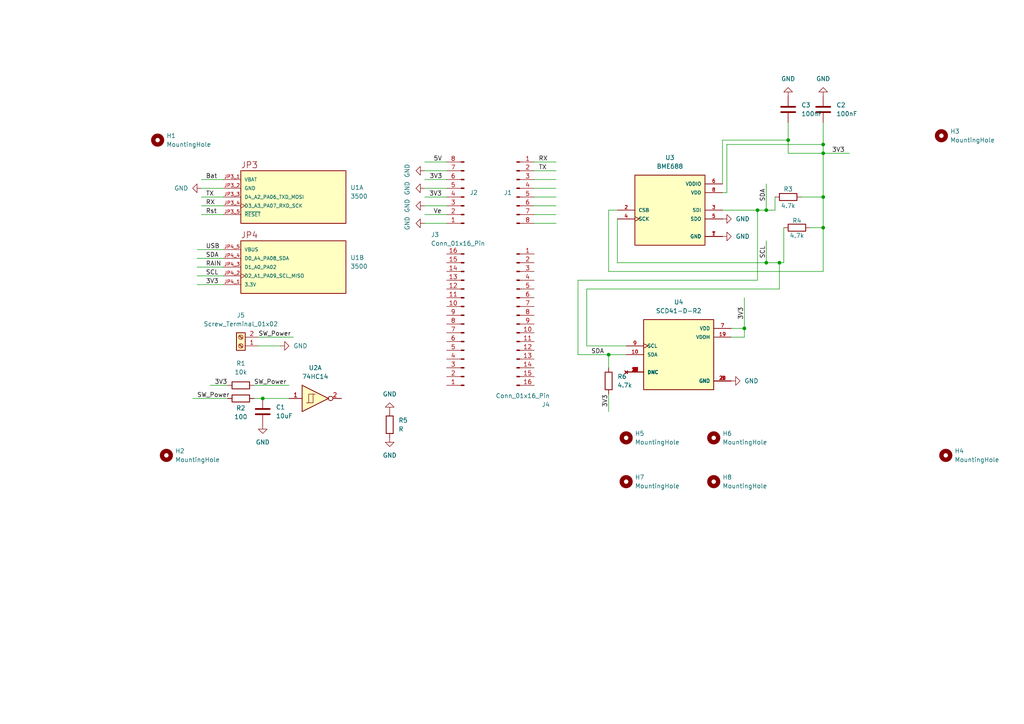
<source format=kicad_sch>
(kicad_sch
	(version 20231120)
	(generator "eeschema")
	(generator_version "8.0")
	(uuid "92c08eec-57bf-40d2-9b73-4937dfe14ef4")
	(paper "A4")
	(lib_symbols
		(symbol "3500:3500"
			(pin_names
				(offset 1.016)
			)
			(exclude_from_sim no)
			(in_bom yes)
			(on_board yes)
			(property "Reference" "U"
				(at -15.24 10.795 0)
				(effects
					(font
						(size 1.27 1.27)
					)
					(justify left bottom)
				)
			)
			(property "Value" "3500"
				(at -15.24 -10.16 0)
				(effects
					(font
						(size 1.27 1.27)
					)
					(justify left bottom)
				)
			)
			(property "Footprint" "3500:MODULE_3500"
				(at 0 0 0)
				(effects
					(font
						(size 1.27 1.27)
					)
					(justify bottom)
					(hide yes)
				)
			)
			(property "Datasheet" ""
				(at 0 0 0)
				(effects
					(font
						(size 1.27 1.27)
					)
					(hide yes)
				)
			)
			(property "Description" ""
				(at 0 0 0)
				(effects
					(font
						(size 1.27 1.27)
					)
					(hide yes)
				)
			)
			(property "MF" "Adafruit"
				(at 0 0 0)
				(effects
					(font
						(size 1.27 1.27)
					)
					(justify bottom)
					(hide yes)
				)
			)
			(property "Description_1" "\nAdafruit Trinket M0 - for use with CircuitPython & Arduino IDE | Adafruit Industries 3500\n"
				(at 0 0 0)
				(effects
					(font
						(size 1.27 1.27)
					)
					(justify bottom)
					(hide yes)
				)
			)
			(property "Package" "Package"
				(at 0 0 0)
				(effects
					(font
						(size 1.27 1.27)
					)
					(justify bottom)
					(hide yes)
				)
			)
			(property "Price" "None"
				(at 0 0 0)
				(effects
					(font
						(size 1.27 1.27)
					)
					(justify bottom)
					(hide yes)
				)
			)
			(property "Check_prices" "https://www.snapeda.com/parts/3500/Adafruit+Industries/view-part/?ref=eda"
				(at 0 0 0)
				(effects
					(font
						(size 1.27 1.27)
					)
					(justify bottom)
					(hide yes)
				)
			)
			(property "MAXIMUM_PACKAGE_HIEGHT" ""
				(at 0 0 0)
				(effects
					(font
						(size 1.27 1.27)
					)
					(justify bottom)
					(hide yes)
				)
			)
			(property "STANDARD" "Manufacturer Recommendations"
				(at 0 0 0)
				(effects
					(font
						(size 1.27 1.27)
					)
					(justify bottom)
					(hide yes)
				)
			)
			(property "PARTREV" "N/A"
				(at 0 0 0)
				(effects
					(font
						(size 1.27 1.27)
					)
					(justify bottom)
					(hide yes)
				)
			)
			(property "SnapEDA_Link" "https://www.snapeda.com/parts/3500/Adafruit+Industries/view-part/?ref=snap"
				(at 0 0 0)
				(effects
					(font
						(size 1.27 1.27)
					)
					(justify bottom)
					(hide yes)
				)
			)
			(property "MP" "3500"
				(at 0 0 0)
				(effects
					(font
						(size 1.27 1.27)
					)
					(justify bottom)
					(hide yes)
				)
			)
			(property "Availability" "In Stock"
				(at 0 0 0)
				(effects
					(font
						(size 1.27 1.27)
					)
					(justify bottom)
					(hide yes)
				)
			)
			(property "MANUFACTURER" "Adafruit Industries"
				(at 0 0 0)
				(effects
					(font
						(size 1.27 1.27)
					)
					(justify bottom)
					(hide yes)
				)
			)
			(symbol "3500_1_0"
				(rectangle
					(start -15.24 -7.62)
					(end 15.24 7.62)
					(stroke
						(width 0.254)
						(type default)
					)
					(fill
						(type background)
					)
				)
				(text "JP3"
					(at -15.24 8.255 0)
					(effects
						(font
							(size 1.778 1.778)
						)
						(justify left bottom)
					)
				)
				(pin power_in line
					(at -20.32 5.08 0)
					(length 5.08)
					(name "VBAT"
						(effects
							(font
								(size 1.016 1.016)
							)
						)
					)
					(number "JP3_1"
						(effects
							(font
								(size 1.016 1.016)
							)
						)
					)
				)
				(pin power_in line
					(at -20.32 2.54 0)
					(length 5.08)
					(name "GND"
						(effects
							(font
								(size 1.016 1.016)
							)
						)
					)
					(number "JP3_2"
						(effects
							(font
								(size 1.016 1.016)
							)
						)
					)
				)
				(pin bidirectional line
					(at -20.32 0 0)
					(length 5.08)
					(name "D4_A2_PA06_TXD_MOSI"
						(effects
							(font
								(size 1.016 1.016)
							)
						)
					)
					(number "JP3_3"
						(effects
							(font
								(size 1.016 1.016)
							)
						)
					)
				)
				(pin bidirectional clock
					(at -20.32 -2.54 0)
					(length 5.08)
					(name "D3_A3_PA07_RXD_SCK"
						(effects
							(font
								(size 1.016 1.016)
							)
						)
					)
					(number "JP3_4"
						(effects
							(font
								(size 1.016 1.016)
							)
						)
					)
				)
				(pin input line
					(at -20.32 -5.08 0)
					(length 5.08)
					(name "~{RESET}"
						(effects
							(font
								(size 1.016 1.016)
							)
						)
					)
					(number "JP3_5"
						(effects
							(font
								(size 1.016 1.016)
							)
						)
					)
				)
			)
			(symbol "3500_2_0"
				(rectangle
					(start -15.24 -7.62)
					(end 15.24 7.62)
					(stroke
						(width 0.254)
						(type default)
					)
					(fill
						(type background)
					)
				)
				(text "JP4"
					(at -15.24 8.255 0)
					(effects
						(font
							(size 1.778 1.778)
						)
						(justify left bottom)
					)
				)
				(pin power_in line
					(at -20.32 -5.08 0)
					(length 5.08)
					(name "3.3V"
						(effects
							(font
								(size 1.016 1.016)
							)
						)
					)
					(number "JP4_1"
						(effects
							(font
								(size 1.016 1.016)
							)
						)
					)
				)
				(pin bidirectional clock
					(at -20.32 -2.54 0)
					(length 5.08)
					(name "D2_A1_PA09_SCL_MISO"
						(effects
							(font
								(size 1.016 1.016)
							)
						)
					)
					(number "JP4_2"
						(effects
							(font
								(size 1.016 1.016)
							)
						)
					)
				)
				(pin bidirectional line
					(at -20.32 0 0)
					(length 5.08)
					(name "D1_A0_PA02"
						(effects
							(font
								(size 1.016 1.016)
							)
						)
					)
					(number "JP4_3"
						(effects
							(font
								(size 1.016 1.016)
							)
						)
					)
				)
				(pin bidirectional line
					(at -20.32 2.54 0)
					(length 5.08)
					(name "D0_A4_PA08_SDA"
						(effects
							(font
								(size 1.016 1.016)
							)
						)
					)
					(number "JP4_4"
						(effects
							(font
								(size 1.016 1.016)
							)
						)
					)
				)
				(pin power_in line
					(at -20.32 5.08 0)
					(length 5.08)
					(name "VBUS"
						(effects
							(font
								(size 1.016 1.016)
							)
						)
					)
					(number "JP4_5"
						(effects
							(font
								(size 1.016 1.016)
							)
						)
					)
				)
			)
		)
		(symbol "74xx:74HC14"
			(pin_names
				(offset 1.016)
			)
			(exclude_from_sim no)
			(in_bom yes)
			(on_board yes)
			(property "Reference" "U"
				(at 0 1.27 0)
				(effects
					(font
						(size 1.27 1.27)
					)
				)
			)
			(property "Value" "74HC14"
				(at 0 -1.27 0)
				(effects
					(font
						(size 1.27 1.27)
					)
				)
			)
			(property "Footprint" ""
				(at 0 0 0)
				(effects
					(font
						(size 1.27 1.27)
					)
					(hide yes)
				)
			)
			(property "Datasheet" "http://www.ti.com/lit/gpn/sn74HC14"
				(at 0 0 0)
				(effects
					(font
						(size 1.27 1.27)
					)
					(hide yes)
				)
			)
			(property "Description" "Hex inverter schmitt trigger"
				(at 0 0 0)
				(effects
					(font
						(size 1.27 1.27)
					)
					(hide yes)
				)
			)
			(property "ki_locked" ""
				(at 0 0 0)
				(effects
					(font
						(size 1.27 1.27)
					)
				)
			)
			(property "ki_keywords" "HCMOS not inverter"
				(at 0 0 0)
				(effects
					(font
						(size 1.27 1.27)
					)
					(hide yes)
				)
			)
			(property "ki_fp_filters" "DIP*W7.62mm*"
				(at 0 0 0)
				(effects
					(font
						(size 1.27 1.27)
					)
					(hide yes)
				)
			)
			(symbol "74HC14_1_0"
				(polyline
					(pts
						(xy -3.81 3.81) (xy -3.81 -3.81) (xy 3.81 0) (xy -3.81 3.81)
					)
					(stroke
						(width 0.254)
						(type default)
					)
					(fill
						(type background)
					)
				)
				(pin input line
					(at -7.62 0 0)
					(length 3.81)
					(name "~"
						(effects
							(font
								(size 1.27 1.27)
							)
						)
					)
					(number "1"
						(effects
							(font
								(size 1.27 1.27)
							)
						)
					)
				)
				(pin output inverted
					(at 7.62 0 180)
					(length 3.81)
					(name "~"
						(effects
							(font
								(size 1.27 1.27)
							)
						)
					)
					(number "2"
						(effects
							(font
								(size 1.27 1.27)
							)
						)
					)
				)
			)
			(symbol "74HC14_1_1"
				(polyline
					(pts
						(xy -1.905 -1.27) (xy -1.905 1.27) (xy -0.635 1.27)
					)
					(stroke
						(width 0)
						(type default)
					)
					(fill
						(type none)
					)
				)
				(polyline
					(pts
						(xy -2.54 -1.27) (xy -0.635 -1.27) (xy -0.635 1.27) (xy 0 1.27)
					)
					(stroke
						(width 0)
						(type default)
					)
					(fill
						(type none)
					)
				)
			)
			(symbol "74HC14_2_0"
				(polyline
					(pts
						(xy -3.81 3.81) (xy -3.81 -3.81) (xy 3.81 0) (xy -3.81 3.81)
					)
					(stroke
						(width 0.254)
						(type default)
					)
					(fill
						(type background)
					)
				)
				(pin input line
					(at -7.62 0 0)
					(length 3.81)
					(name "~"
						(effects
							(font
								(size 1.27 1.27)
							)
						)
					)
					(number "3"
						(effects
							(font
								(size 1.27 1.27)
							)
						)
					)
				)
				(pin output inverted
					(at 7.62 0 180)
					(length 3.81)
					(name "~"
						(effects
							(font
								(size 1.27 1.27)
							)
						)
					)
					(number "4"
						(effects
							(font
								(size 1.27 1.27)
							)
						)
					)
				)
			)
			(symbol "74HC14_2_1"
				(polyline
					(pts
						(xy -1.905 -1.27) (xy -1.905 1.27) (xy -0.635 1.27)
					)
					(stroke
						(width 0)
						(type default)
					)
					(fill
						(type none)
					)
				)
				(polyline
					(pts
						(xy -2.54 -1.27) (xy -0.635 -1.27) (xy -0.635 1.27) (xy 0 1.27)
					)
					(stroke
						(width 0)
						(type default)
					)
					(fill
						(type none)
					)
				)
			)
			(symbol "74HC14_3_0"
				(polyline
					(pts
						(xy -3.81 3.81) (xy -3.81 -3.81) (xy 3.81 0) (xy -3.81 3.81)
					)
					(stroke
						(width 0.254)
						(type default)
					)
					(fill
						(type background)
					)
				)
				(pin input line
					(at -7.62 0 0)
					(length 3.81)
					(name "~"
						(effects
							(font
								(size 1.27 1.27)
							)
						)
					)
					(number "5"
						(effects
							(font
								(size 1.27 1.27)
							)
						)
					)
				)
				(pin output inverted
					(at 7.62 0 180)
					(length 3.81)
					(name "~"
						(effects
							(font
								(size 1.27 1.27)
							)
						)
					)
					(number "6"
						(effects
							(font
								(size 1.27 1.27)
							)
						)
					)
				)
			)
			(symbol "74HC14_3_1"
				(polyline
					(pts
						(xy -1.905 -1.27) (xy -1.905 1.27) (xy -0.635 1.27)
					)
					(stroke
						(width 0)
						(type default)
					)
					(fill
						(type none)
					)
				)
				(polyline
					(pts
						(xy -2.54 -1.27) (xy -0.635 -1.27) (xy -0.635 1.27) (xy 0 1.27)
					)
					(stroke
						(width 0)
						(type default)
					)
					(fill
						(type none)
					)
				)
			)
			(symbol "74HC14_4_0"
				(polyline
					(pts
						(xy -3.81 3.81) (xy -3.81 -3.81) (xy 3.81 0) (xy -3.81 3.81)
					)
					(stroke
						(width 0.254)
						(type default)
					)
					(fill
						(type background)
					)
				)
				(pin output inverted
					(at 7.62 0 180)
					(length 3.81)
					(name "~"
						(effects
							(font
								(size 1.27 1.27)
							)
						)
					)
					(number "8"
						(effects
							(font
								(size 1.27 1.27)
							)
						)
					)
				)
				(pin input line
					(at -7.62 0 0)
					(length 3.81)
					(name "~"
						(effects
							(font
								(size 1.27 1.27)
							)
						)
					)
					(number "9"
						(effects
							(font
								(size 1.27 1.27)
							)
						)
					)
				)
			)
			(symbol "74HC14_4_1"
				(polyline
					(pts
						(xy -1.905 -1.27) (xy -1.905 1.27) (xy -0.635 1.27)
					)
					(stroke
						(width 0)
						(type default)
					)
					(fill
						(type none)
					)
				)
				(polyline
					(pts
						(xy -2.54 -1.27) (xy -0.635 -1.27) (xy -0.635 1.27) (xy 0 1.27)
					)
					(stroke
						(width 0)
						(type default)
					)
					(fill
						(type none)
					)
				)
			)
			(symbol "74HC14_5_0"
				(polyline
					(pts
						(xy -3.81 3.81) (xy -3.81 -3.81) (xy 3.81 0) (xy -3.81 3.81)
					)
					(stroke
						(width 0.254)
						(type default)
					)
					(fill
						(type background)
					)
				)
				(pin output inverted
					(at 7.62 0 180)
					(length 3.81)
					(name "~"
						(effects
							(font
								(size 1.27 1.27)
							)
						)
					)
					(number "10"
						(effects
							(font
								(size 1.27 1.27)
							)
						)
					)
				)
				(pin input line
					(at -7.62 0 0)
					(length 3.81)
					(name "~"
						(effects
							(font
								(size 1.27 1.27)
							)
						)
					)
					(number "11"
						(effects
							(font
								(size 1.27 1.27)
							)
						)
					)
				)
			)
			(symbol "74HC14_5_1"
				(polyline
					(pts
						(xy -1.905 -1.27) (xy -1.905 1.27) (xy -0.635 1.27)
					)
					(stroke
						(width 0)
						(type default)
					)
					(fill
						(type none)
					)
				)
				(polyline
					(pts
						(xy -2.54 -1.27) (xy -0.635 -1.27) (xy -0.635 1.27) (xy 0 1.27)
					)
					(stroke
						(width 0)
						(type default)
					)
					(fill
						(type none)
					)
				)
			)
			(symbol "74HC14_6_0"
				(polyline
					(pts
						(xy -3.81 3.81) (xy -3.81 -3.81) (xy 3.81 0) (xy -3.81 3.81)
					)
					(stroke
						(width 0.254)
						(type default)
					)
					(fill
						(type background)
					)
				)
				(pin output inverted
					(at 7.62 0 180)
					(length 3.81)
					(name "~"
						(effects
							(font
								(size 1.27 1.27)
							)
						)
					)
					(number "12"
						(effects
							(font
								(size 1.27 1.27)
							)
						)
					)
				)
				(pin input line
					(at -7.62 0 0)
					(length 3.81)
					(name "~"
						(effects
							(font
								(size 1.27 1.27)
							)
						)
					)
					(number "13"
						(effects
							(font
								(size 1.27 1.27)
							)
						)
					)
				)
			)
			(symbol "74HC14_6_1"
				(polyline
					(pts
						(xy -1.905 -1.27) (xy -1.905 1.27) (xy -0.635 1.27)
					)
					(stroke
						(width 0)
						(type default)
					)
					(fill
						(type none)
					)
				)
				(polyline
					(pts
						(xy -2.54 -1.27) (xy -0.635 -1.27) (xy -0.635 1.27) (xy 0 1.27)
					)
					(stroke
						(width 0)
						(type default)
					)
					(fill
						(type none)
					)
				)
			)
			(symbol "74HC14_7_0"
				(pin power_in line
					(at 0 12.7 270)
					(length 5.08)
					(name "VCC"
						(effects
							(font
								(size 1.27 1.27)
							)
						)
					)
					(number "14"
						(effects
							(font
								(size 1.27 1.27)
							)
						)
					)
				)
				(pin power_in line
					(at 0 -12.7 90)
					(length 5.08)
					(name "GND"
						(effects
							(font
								(size 1.27 1.27)
							)
						)
					)
					(number "7"
						(effects
							(font
								(size 1.27 1.27)
							)
						)
					)
				)
			)
			(symbol "74HC14_7_1"
				(rectangle
					(start -5.08 7.62)
					(end 5.08 -7.62)
					(stroke
						(width 0.254)
						(type default)
					)
					(fill
						(type background)
					)
				)
			)
		)
		(symbol "BME688:BME688"
			(pin_names
				(offset 1.016)
			)
			(exclude_from_sim no)
			(in_bom yes)
			(on_board yes)
			(property "Reference" "U"
				(at -10.16 10.668 0)
				(effects
					(font
						(size 1.27 1.27)
					)
					(justify left bottom)
				)
			)
			(property "Value" "BME688"
				(at -10.16 -12.7 0)
				(effects
					(font
						(size 1.27 1.27)
					)
					(justify left bottom)
				)
			)
			(property "Footprint" "BME688:IC_BME688"
				(at 0 0 0)
				(effects
					(font
						(size 1.27 1.27)
					)
					(justify bottom)
					(hide yes)
				)
			)
			(property "Datasheet" ""
				(at 0 0 0)
				(effects
					(font
						(size 1.27 1.27)
					)
					(hide yes)
				)
			)
			(property "Description" ""
				(at 0 0 0)
				(effects
					(font
						(size 1.27 1.27)
					)
					(hide yes)
				)
			)
			(property "MF" "Bosch Sensortec"
				(at 0 0 0)
				(effects
					(font
						(size 1.27 1.27)
					)
					(justify bottom)
					(hide yes)
				)
			)
			(property "MAXIMUM_PACKAGE_HEIGHT" "1.0 mm"
				(at 0 0 0)
				(effects
					(font
						(size 1.27 1.27)
					)
					(justify bottom)
					(hide yes)
				)
			)
			(property "Package" "None"
				(at 0 0 0)
				(effects
					(font
						(size 1.27 1.27)
					)
					(justify bottom)
					(hide yes)
				)
			)
			(property "Price" "None"
				(at 0 0 0)
				(effects
					(font
						(size 1.27 1.27)
					)
					(justify bottom)
					(hide yes)
				)
			)
			(property "Check_prices" "https://www.snapeda.com/parts/BME688/Bosch+Sensortec/view-part/?ref=eda"
				(at 0 0 0)
				(effects
					(font
						(size 1.27 1.27)
					)
					(justify bottom)
					(hide yes)
				)
			)
			(property "STANDARD" "Manufacturer recommendations"
				(at 0 0 0)
				(effects
					(font
						(size 1.27 1.27)
					)
					(justify bottom)
					(hide yes)
				)
			)
			(property "PARTREV" "1.0"
				(at 0 0 0)
				(effects
					(font
						(size 1.27 1.27)
					)
					(justify bottom)
					(hide yes)
				)
			)
			(property "SnapEDA_Link" "https://www.snapeda.com/parts/BME688/Bosch+Sensortec/view-part/?ref=snap"
				(at 0 0 0)
				(effects
					(font
						(size 1.27 1.27)
					)
					(justify bottom)
					(hide yes)
				)
			)
			(property "MP" "BME688"
				(at 0 0 0)
				(effects
					(font
						(size 1.27 1.27)
					)
					(justify bottom)
					(hide yes)
				)
			)
			(property "Description_1" "\nGas sensor measuring relative humidity, barometric pressure, ambient temperature and gas (VOC)\n"
				(at 0 0 0)
				(effects
					(font
						(size 1.27 1.27)
					)
					(justify bottom)
					(hide yes)
				)
			)
			(property "Availability" "In Stock"
				(at 0 0 0)
				(effects
					(font
						(size 1.27 1.27)
					)
					(justify bottom)
					(hide yes)
				)
			)
			(property "MANUFACTURER" "BOSCH"
				(at 0 0 0)
				(effects
					(font
						(size 1.27 1.27)
					)
					(justify bottom)
					(hide yes)
				)
			)
			(symbol "BME688_0_0"
				(rectangle
					(start -10.16 -10.16)
					(end 10.16 10.16)
					(stroke
						(width 0.254)
						(type default)
					)
					(fill
						(type background)
					)
				)
				(pin power_in line
					(at 15.24 -7.62 180)
					(length 5.08)
					(name "GND"
						(effects
							(font
								(size 1.016 1.016)
							)
						)
					)
					(number "1"
						(effects
							(font
								(size 1.016 1.016)
							)
						)
					)
				)
				(pin input line
					(at -15.24 0 0)
					(length 5.08)
					(name "CSB"
						(effects
							(font
								(size 1.016 1.016)
							)
						)
					)
					(number "2"
						(effects
							(font
								(size 1.016 1.016)
							)
						)
					)
				)
				(pin bidirectional line
					(at 15.24 0 180)
					(length 5.08)
					(name "SDI"
						(effects
							(font
								(size 1.016 1.016)
							)
						)
					)
					(number "3"
						(effects
							(font
								(size 1.016 1.016)
							)
						)
					)
				)
				(pin input clock
					(at -15.24 -2.54 0)
					(length 5.08)
					(name "SCK"
						(effects
							(font
								(size 1.016 1.016)
							)
						)
					)
					(number "4"
						(effects
							(font
								(size 1.016 1.016)
							)
						)
					)
				)
				(pin bidirectional line
					(at 15.24 -2.54 180)
					(length 5.08)
					(name "SDO"
						(effects
							(font
								(size 1.016 1.016)
							)
						)
					)
					(number "5"
						(effects
							(font
								(size 1.016 1.016)
							)
						)
					)
				)
				(pin power_in line
					(at 15.24 7.62 180)
					(length 5.08)
					(name "VDDIO"
						(effects
							(font
								(size 1.016 1.016)
							)
						)
					)
					(number "6"
						(effects
							(font
								(size 1.016 1.016)
							)
						)
					)
				)
				(pin power_in line
					(at 15.24 -7.62 180)
					(length 5.08)
					(name "GND"
						(effects
							(font
								(size 1.016 1.016)
							)
						)
					)
					(number "7"
						(effects
							(font
								(size 1.016 1.016)
							)
						)
					)
				)
				(pin power_in line
					(at 15.24 5.08 180)
					(length 5.08)
					(name "VDD"
						(effects
							(font
								(size 1.016 1.016)
							)
						)
					)
					(number "8"
						(effects
							(font
								(size 1.016 1.016)
							)
						)
					)
				)
			)
		)
		(symbol "Connector:Conn_01x08_Pin"
			(pin_names
				(offset 1.016) hide)
			(exclude_from_sim no)
			(in_bom yes)
			(on_board yes)
			(property "Reference" "J"
				(at 0 10.16 0)
				(effects
					(font
						(size 1.27 1.27)
					)
				)
			)
			(property "Value" "Conn_01x08_Pin"
				(at 0 -12.7 0)
				(effects
					(font
						(size 1.27 1.27)
					)
				)
			)
			(property "Footprint" ""
				(at 0 0 0)
				(effects
					(font
						(size 1.27 1.27)
					)
					(hide yes)
				)
			)
			(property "Datasheet" "~"
				(at 0 0 0)
				(effects
					(font
						(size 1.27 1.27)
					)
					(hide yes)
				)
			)
			(property "Description" "Generic connector, single row, 01x08, script generated"
				(at 0 0 0)
				(effects
					(font
						(size 1.27 1.27)
					)
					(hide yes)
				)
			)
			(property "ki_locked" ""
				(at 0 0 0)
				(effects
					(font
						(size 1.27 1.27)
					)
				)
			)
			(property "ki_keywords" "connector"
				(at 0 0 0)
				(effects
					(font
						(size 1.27 1.27)
					)
					(hide yes)
				)
			)
			(property "ki_fp_filters" "Connector*:*_1x??_*"
				(at 0 0 0)
				(effects
					(font
						(size 1.27 1.27)
					)
					(hide yes)
				)
			)
			(symbol "Conn_01x08_Pin_1_1"
				(polyline
					(pts
						(xy 1.27 -10.16) (xy 0.8636 -10.16)
					)
					(stroke
						(width 0.1524)
						(type default)
					)
					(fill
						(type none)
					)
				)
				(polyline
					(pts
						(xy 1.27 -7.62) (xy 0.8636 -7.62)
					)
					(stroke
						(width 0.1524)
						(type default)
					)
					(fill
						(type none)
					)
				)
				(polyline
					(pts
						(xy 1.27 -5.08) (xy 0.8636 -5.08)
					)
					(stroke
						(width 0.1524)
						(type default)
					)
					(fill
						(type none)
					)
				)
				(polyline
					(pts
						(xy 1.27 -2.54) (xy 0.8636 -2.54)
					)
					(stroke
						(width 0.1524)
						(type default)
					)
					(fill
						(type none)
					)
				)
				(polyline
					(pts
						(xy 1.27 0) (xy 0.8636 0)
					)
					(stroke
						(width 0.1524)
						(type default)
					)
					(fill
						(type none)
					)
				)
				(polyline
					(pts
						(xy 1.27 2.54) (xy 0.8636 2.54)
					)
					(stroke
						(width 0.1524)
						(type default)
					)
					(fill
						(type none)
					)
				)
				(polyline
					(pts
						(xy 1.27 5.08) (xy 0.8636 5.08)
					)
					(stroke
						(width 0.1524)
						(type default)
					)
					(fill
						(type none)
					)
				)
				(polyline
					(pts
						(xy 1.27 7.62) (xy 0.8636 7.62)
					)
					(stroke
						(width 0.1524)
						(type default)
					)
					(fill
						(type none)
					)
				)
				(rectangle
					(start 0.8636 -10.033)
					(end 0 -10.287)
					(stroke
						(width 0.1524)
						(type default)
					)
					(fill
						(type outline)
					)
				)
				(rectangle
					(start 0.8636 -7.493)
					(end 0 -7.747)
					(stroke
						(width 0.1524)
						(type default)
					)
					(fill
						(type outline)
					)
				)
				(rectangle
					(start 0.8636 -4.953)
					(end 0 -5.207)
					(stroke
						(width 0.1524)
						(type default)
					)
					(fill
						(type outline)
					)
				)
				(rectangle
					(start 0.8636 -2.413)
					(end 0 -2.667)
					(stroke
						(width 0.1524)
						(type default)
					)
					(fill
						(type outline)
					)
				)
				(rectangle
					(start 0.8636 0.127)
					(end 0 -0.127)
					(stroke
						(width 0.1524)
						(type default)
					)
					(fill
						(type outline)
					)
				)
				(rectangle
					(start 0.8636 2.667)
					(end 0 2.413)
					(stroke
						(width 0.1524)
						(type default)
					)
					(fill
						(type outline)
					)
				)
				(rectangle
					(start 0.8636 5.207)
					(end 0 4.953)
					(stroke
						(width 0.1524)
						(type default)
					)
					(fill
						(type outline)
					)
				)
				(rectangle
					(start 0.8636 7.747)
					(end 0 7.493)
					(stroke
						(width 0.1524)
						(type default)
					)
					(fill
						(type outline)
					)
				)
				(pin passive line
					(at 5.08 7.62 180)
					(length 3.81)
					(name "Pin_1"
						(effects
							(font
								(size 1.27 1.27)
							)
						)
					)
					(number "1"
						(effects
							(font
								(size 1.27 1.27)
							)
						)
					)
				)
				(pin passive line
					(at 5.08 5.08 180)
					(length 3.81)
					(name "Pin_2"
						(effects
							(font
								(size 1.27 1.27)
							)
						)
					)
					(number "2"
						(effects
							(font
								(size 1.27 1.27)
							)
						)
					)
				)
				(pin passive line
					(at 5.08 2.54 180)
					(length 3.81)
					(name "Pin_3"
						(effects
							(font
								(size 1.27 1.27)
							)
						)
					)
					(number "3"
						(effects
							(font
								(size 1.27 1.27)
							)
						)
					)
				)
				(pin passive line
					(at 5.08 0 180)
					(length 3.81)
					(name "Pin_4"
						(effects
							(font
								(size 1.27 1.27)
							)
						)
					)
					(number "4"
						(effects
							(font
								(size 1.27 1.27)
							)
						)
					)
				)
				(pin passive line
					(at 5.08 -2.54 180)
					(length 3.81)
					(name "Pin_5"
						(effects
							(font
								(size 1.27 1.27)
							)
						)
					)
					(number "5"
						(effects
							(font
								(size 1.27 1.27)
							)
						)
					)
				)
				(pin passive line
					(at 5.08 -5.08 180)
					(length 3.81)
					(name "Pin_6"
						(effects
							(font
								(size 1.27 1.27)
							)
						)
					)
					(number "6"
						(effects
							(font
								(size 1.27 1.27)
							)
						)
					)
				)
				(pin passive line
					(at 5.08 -7.62 180)
					(length 3.81)
					(name "Pin_7"
						(effects
							(font
								(size 1.27 1.27)
							)
						)
					)
					(number "7"
						(effects
							(font
								(size 1.27 1.27)
							)
						)
					)
				)
				(pin passive line
					(at 5.08 -10.16 180)
					(length 3.81)
					(name "Pin_8"
						(effects
							(font
								(size 1.27 1.27)
							)
						)
					)
					(number "8"
						(effects
							(font
								(size 1.27 1.27)
							)
						)
					)
				)
			)
		)
		(symbol "Connector:Conn_01x16_Pin"
			(pin_names
				(offset 1.016) hide)
			(exclude_from_sim no)
			(in_bom yes)
			(on_board yes)
			(property "Reference" "J"
				(at 0 20.32 0)
				(effects
					(font
						(size 1.27 1.27)
					)
				)
			)
			(property "Value" "Conn_01x16_Pin"
				(at 0 -22.86 0)
				(effects
					(font
						(size 1.27 1.27)
					)
				)
			)
			(property "Footprint" ""
				(at 0 0 0)
				(effects
					(font
						(size 1.27 1.27)
					)
					(hide yes)
				)
			)
			(property "Datasheet" "~"
				(at 0 0 0)
				(effects
					(font
						(size 1.27 1.27)
					)
					(hide yes)
				)
			)
			(property "Description" "Generic connector, single row, 01x16, script generated"
				(at 0 0 0)
				(effects
					(font
						(size 1.27 1.27)
					)
					(hide yes)
				)
			)
			(property "ki_locked" ""
				(at 0 0 0)
				(effects
					(font
						(size 1.27 1.27)
					)
				)
			)
			(property "ki_keywords" "connector"
				(at 0 0 0)
				(effects
					(font
						(size 1.27 1.27)
					)
					(hide yes)
				)
			)
			(property "ki_fp_filters" "Connector*:*_1x??_*"
				(at 0 0 0)
				(effects
					(font
						(size 1.27 1.27)
					)
					(hide yes)
				)
			)
			(symbol "Conn_01x16_Pin_1_1"
				(polyline
					(pts
						(xy 1.27 -20.32) (xy 0.8636 -20.32)
					)
					(stroke
						(width 0.1524)
						(type default)
					)
					(fill
						(type none)
					)
				)
				(polyline
					(pts
						(xy 1.27 -17.78) (xy 0.8636 -17.78)
					)
					(stroke
						(width 0.1524)
						(type default)
					)
					(fill
						(type none)
					)
				)
				(polyline
					(pts
						(xy 1.27 -15.24) (xy 0.8636 -15.24)
					)
					(stroke
						(width 0.1524)
						(type default)
					)
					(fill
						(type none)
					)
				)
				(polyline
					(pts
						(xy 1.27 -12.7) (xy 0.8636 -12.7)
					)
					(stroke
						(width 0.1524)
						(type default)
					)
					(fill
						(type none)
					)
				)
				(polyline
					(pts
						(xy 1.27 -10.16) (xy 0.8636 -10.16)
					)
					(stroke
						(width 0.1524)
						(type default)
					)
					(fill
						(type none)
					)
				)
				(polyline
					(pts
						(xy 1.27 -7.62) (xy 0.8636 -7.62)
					)
					(stroke
						(width 0.1524)
						(type default)
					)
					(fill
						(type none)
					)
				)
				(polyline
					(pts
						(xy 1.27 -5.08) (xy 0.8636 -5.08)
					)
					(stroke
						(width 0.1524)
						(type default)
					)
					(fill
						(type none)
					)
				)
				(polyline
					(pts
						(xy 1.27 -2.54) (xy 0.8636 -2.54)
					)
					(stroke
						(width 0.1524)
						(type default)
					)
					(fill
						(type none)
					)
				)
				(polyline
					(pts
						(xy 1.27 0) (xy 0.8636 0)
					)
					(stroke
						(width 0.1524)
						(type default)
					)
					(fill
						(type none)
					)
				)
				(polyline
					(pts
						(xy 1.27 2.54) (xy 0.8636 2.54)
					)
					(stroke
						(width 0.1524)
						(type default)
					)
					(fill
						(type none)
					)
				)
				(polyline
					(pts
						(xy 1.27 5.08) (xy 0.8636 5.08)
					)
					(stroke
						(width 0.1524)
						(type default)
					)
					(fill
						(type none)
					)
				)
				(polyline
					(pts
						(xy 1.27 7.62) (xy 0.8636 7.62)
					)
					(stroke
						(width 0.1524)
						(type default)
					)
					(fill
						(type none)
					)
				)
				(polyline
					(pts
						(xy 1.27 10.16) (xy 0.8636 10.16)
					)
					(stroke
						(width 0.1524)
						(type default)
					)
					(fill
						(type none)
					)
				)
				(polyline
					(pts
						(xy 1.27 12.7) (xy 0.8636 12.7)
					)
					(stroke
						(width 0.1524)
						(type default)
					)
					(fill
						(type none)
					)
				)
				(polyline
					(pts
						(xy 1.27 15.24) (xy 0.8636 15.24)
					)
					(stroke
						(width 0.1524)
						(type default)
					)
					(fill
						(type none)
					)
				)
				(polyline
					(pts
						(xy 1.27 17.78) (xy 0.8636 17.78)
					)
					(stroke
						(width 0.1524)
						(type default)
					)
					(fill
						(type none)
					)
				)
				(rectangle
					(start 0.8636 -20.193)
					(end 0 -20.447)
					(stroke
						(width 0.1524)
						(type default)
					)
					(fill
						(type outline)
					)
				)
				(rectangle
					(start 0.8636 -17.653)
					(end 0 -17.907)
					(stroke
						(width 0.1524)
						(type default)
					)
					(fill
						(type outline)
					)
				)
				(rectangle
					(start 0.8636 -15.113)
					(end 0 -15.367)
					(stroke
						(width 0.1524)
						(type default)
					)
					(fill
						(type outline)
					)
				)
				(rectangle
					(start 0.8636 -12.573)
					(end 0 -12.827)
					(stroke
						(width 0.1524)
						(type default)
					)
					(fill
						(type outline)
					)
				)
				(rectangle
					(start 0.8636 -10.033)
					(end 0 -10.287)
					(stroke
						(width 0.1524)
						(type default)
					)
					(fill
						(type outline)
					)
				)
				(rectangle
					(start 0.8636 -7.493)
					(end 0 -7.747)
					(stroke
						(width 0.1524)
						(type default)
					)
					(fill
						(type outline)
					)
				)
				(rectangle
					(start 0.8636 -4.953)
					(end 0 -5.207)
					(stroke
						(width 0.1524)
						(type default)
					)
					(fill
						(type outline)
					)
				)
				(rectangle
					(start 0.8636 -2.413)
					(end 0 -2.667)
					(stroke
						(width 0.1524)
						(type default)
					)
					(fill
						(type outline)
					)
				)
				(rectangle
					(start 0.8636 0.127)
					(end 0 -0.127)
					(stroke
						(width 0.1524)
						(type default)
					)
					(fill
						(type outline)
					)
				)
				(rectangle
					(start 0.8636 2.667)
					(end 0 2.413)
					(stroke
						(width 0.1524)
						(type default)
					)
					(fill
						(type outline)
					)
				)
				(rectangle
					(start 0.8636 5.207)
					(end 0 4.953)
					(stroke
						(width 0.1524)
						(type default)
					)
					(fill
						(type outline)
					)
				)
				(rectangle
					(start 0.8636 7.747)
					(end 0 7.493)
					(stroke
						(width 0.1524)
						(type default)
					)
					(fill
						(type outline)
					)
				)
				(rectangle
					(start 0.8636 10.287)
					(end 0 10.033)
					(stroke
						(width 0.1524)
						(type default)
					)
					(fill
						(type outline)
					)
				)
				(rectangle
					(start 0.8636 12.827)
					(end 0 12.573)
					(stroke
						(width 0.1524)
						(type default)
					)
					(fill
						(type outline)
					)
				)
				(rectangle
					(start 0.8636 15.367)
					(end 0 15.113)
					(stroke
						(width 0.1524)
						(type default)
					)
					(fill
						(type outline)
					)
				)
				(rectangle
					(start 0.8636 17.907)
					(end 0 17.653)
					(stroke
						(width 0.1524)
						(type default)
					)
					(fill
						(type outline)
					)
				)
				(pin passive line
					(at 5.08 17.78 180)
					(length 3.81)
					(name "Pin_1"
						(effects
							(font
								(size 1.27 1.27)
							)
						)
					)
					(number "1"
						(effects
							(font
								(size 1.27 1.27)
							)
						)
					)
				)
				(pin passive line
					(at 5.08 -5.08 180)
					(length 3.81)
					(name "Pin_10"
						(effects
							(font
								(size 1.27 1.27)
							)
						)
					)
					(number "10"
						(effects
							(font
								(size 1.27 1.27)
							)
						)
					)
				)
				(pin passive line
					(at 5.08 -7.62 180)
					(length 3.81)
					(name "Pin_11"
						(effects
							(font
								(size 1.27 1.27)
							)
						)
					)
					(number "11"
						(effects
							(font
								(size 1.27 1.27)
							)
						)
					)
				)
				(pin passive line
					(at 5.08 -10.16 180)
					(length 3.81)
					(name "Pin_12"
						(effects
							(font
								(size 1.27 1.27)
							)
						)
					)
					(number "12"
						(effects
							(font
								(size 1.27 1.27)
							)
						)
					)
				)
				(pin passive line
					(at 5.08 -12.7 180)
					(length 3.81)
					(name "Pin_13"
						(effects
							(font
								(size 1.27 1.27)
							)
						)
					)
					(number "13"
						(effects
							(font
								(size 1.27 1.27)
							)
						)
					)
				)
				(pin passive line
					(at 5.08 -15.24 180)
					(length 3.81)
					(name "Pin_14"
						(effects
							(font
								(size 1.27 1.27)
							)
						)
					)
					(number "14"
						(effects
							(font
								(size 1.27 1.27)
							)
						)
					)
				)
				(pin passive line
					(at 5.08 -17.78 180)
					(length 3.81)
					(name "Pin_15"
						(effects
							(font
								(size 1.27 1.27)
							)
						)
					)
					(number "15"
						(effects
							(font
								(size 1.27 1.27)
							)
						)
					)
				)
				(pin passive line
					(at 5.08 -20.32 180)
					(length 3.81)
					(name "Pin_16"
						(effects
							(font
								(size 1.27 1.27)
							)
						)
					)
					(number "16"
						(effects
							(font
								(size 1.27 1.27)
							)
						)
					)
				)
				(pin passive line
					(at 5.08 15.24 180)
					(length 3.81)
					(name "Pin_2"
						(effects
							(font
								(size 1.27 1.27)
							)
						)
					)
					(number "2"
						(effects
							(font
								(size 1.27 1.27)
							)
						)
					)
				)
				(pin passive line
					(at 5.08 12.7 180)
					(length 3.81)
					(name "Pin_3"
						(effects
							(font
								(size 1.27 1.27)
							)
						)
					)
					(number "3"
						(effects
							(font
								(size 1.27 1.27)
							)
						)
					)
				)
				(pin passive line
					(at 5.08 10.16 180)
					(length 3.81)
					(name "Pin_4"
						(effects
							(font
								(size 1.27 1.27)
							)
						)
					)
					(number "4"
						(effects
							(font
								(size 1.27 1.27)
							)
						)
					)
				)
				(pin passive line
					(at 5.08 7.62 180)
					(length 3.81)
					(name "Pin_5"
						(effects
							(font
								(size 1.27 1.27)
							)
						)
					)
					(number "5"
						(effects
							(font
								(size 1.27 1.27)
							)
						)
					)
				)
				(pin passive line
					(at 5.08 5.08 180)
					(length 3.81)
					(name "Pin_6"
						(effects
							(font
								(size 1.27 1.27)
							)
						)
					)
					(number "6"
						(effects
							(font
								(size 1.27 1.27)
							)
						)
					)
				)
				(pin passive line
					(at 5.08 2.54 180)
					(length 3.81)
					(name "Pin_7"
						(effects
							(font
								(size 1.27 1.27)
							)
						)
					)
					(number "7"
						(effects
							(font
								(size 1.27 1.27)
							)
						)
					)
				)
				(pin passive line
					(at 5.08 0 180)
					(length 3.81)
					(name "Pin_8"
						(effects
							(font
								(size 1.27 1.27)
							)
						)
					)
					(number "8"
						(effects
							(font
								(size 1.27 1.27)
							)
						)
					)
				)
				(pin passive line
					(at 5.08 -2.54 180)
					(length 3.81)
					(name "Pin_9"
						(effects
							(font
								(size 1.27 1.27)
							)
						)
					)
					(number "9"
						(effects
							(font
								(size 1.27 1.27)
							)
						)
					)
				)
			)
		)
		(symbol "Connector:Screw_Terminal_01x02"
			(pin_names
				(offset 1.016) hide)
			(exclude_from_sim no)
			(in_bom yes)
			(on_board yes)
			(property "Reference" "J"
				(at 0 2.54 0)
				(effects
					(font
						(size 1.27 1.27)
					)
				)
			)
			(property "Value" "Screw_Terminal_01x02"
				(at 0 -5.08 0)
				(effects
					(font
						(size 1.27 1.27)
					)
				)
			)
			(property "Footprint" ""
				(at 0 0 0)
				(effects
					(font
						(size 1.27 1.27)
					)
					(hide yes)
				)
			)
			(property "Datasheet" "~"
				(at 0 0 0)
				(effects
					(font
						(size 1.27 1.27)
					)
					(hide yes)
				)
			)
			(property "Description" "Generic screw terminal, single row, 01x02, script generated (kicad-library-utils/schlib/autogen/connector/)"
				(at 0 0 0)
				(effects
					(font
						(size 1.27 1.27)
					)
					(hide yes)
				)
			)
			(property "ki_keywords" "screw terminal"
				(at 0 0 0)
				(effects
					(font
						(size 1.27 1.27)
					)
					(hide yes)
				)
			)
			(property "ki_fp_filters" "TerminalBlock*:*"
				(at 0 0 0)
				(effects
					(font
						(size 1.27 1.27)
					)
					(hide yes)
				)
			)
			(symbol "Screw_Terminal_01x02_1_1"
				(rectangle
					(start -1.27 1.27)
					(end 1.27 -3.81)
					(stroke
						(width 0.254)
						(type default)
					)
					(fill
						(type background)
					)
				)
				(circle
					(center 0 -2.54)
					(radius 0.635)
					(stroke
						(width 0.1524)
						(type default)
					)
					(fill
						(type none)
					)
				)
				(polyline
					(pts
						(xy -0.5334 -2.2098) (xy 0.3302 -3.048)
					)
					(stroke
						(width 0.1524)
						(type default)
					)
					(fill
						(type none)
					)
				)
				(polyline
					(pts
						(xy -0.5334 0.3302) (xy 0.3302 -0.508)
					)
					(stroke
						(width 0.1524)
						(type default)
					)
					(fill
						(type none)
					)
				)
				(polyline
					(pts
						(xy -0.3556 -2.032) (xy 0.508 -2.8702)
					)
					(stroke
						(width 0.1524)
						(type default)
					)
					(fill
						(type none)
					)
				)
				(polyline
					(pts
						(xy -0.3556 0.508) (xy 0.508 -0.3302)
					)
					(stroke
						(width 0.1524)
						(type default)
					)
					(fill
						(type none)
					)
				)
				(circle
					(center 0 0)
					(radius 0.635)
					(stroke
						(width 0.1524)
						(type default)
					)
					(fill
						(type none)
					)
				)
				(pin passive line
					(at -5.08 0 0)
					(length 3.81)
					(name "Pin_1"
						(effects
							(font
								(size 1.27 1.27)
							)
						)
					)
					(number "1"
						(effects
							(font
								(size 1.27 1.27)
							)
						)
					)
				)
				(pin passive line
					(at -5.08 -2.54 0)
					(length 3.81)
					(name "Pin_2"
						(effects
							(font
								(size 1.27 1.27)
							)
						)
					)
					(number "2"
						(effects
							(font
								(size 1.27 1.27)
							)
						)
					)
				)
			)
		)
		(symbol "Device:C"
			(pin_numbers hide)
			(pin_names
				(offset 0.254)
			)
			(exclude_from_sim no)
			(in_bom yes)
			(on_board yes)
			(property "Reference" "C"
				(at 0.635 2.54 0)
				(effects
					(font
						(size 1.27 1.27)
					)
					(justify left)
				)
			)
			(property "Value" "C"
				(at 0.635 -2.54 0)
				(effects
					(font
						(size 1.27 1.27)
					)
					(justify left)
				)
			)
			(property "Footprint" ""
				(at 0.9652 -3.81 0)
				(effects
					(font
						(size 1.27 1.27)
					)
					(hide yes)
				)
			)
			(property "Datasheet" "~"
				(at 0 0 0)
				(effects
					(font
						(size 1.27 1.27)
					)
					(hide yes)
				)
			)
			(property "Description" "Unpolarized capacitor"
				(at 0 0 0)
				(effects
					(font
						(size 1.27 1.27)
					)
					(hide yes)
				)
			)
			(property "ki_keywords" "cap capacitor"
				(at 0 0 0)
				(effects
					(font
						(size 1.27 1.27)
					)
					(hide yes)
				)
			)
			(property "ki_fp_filters" "C_*"
				(at 0 0 0)
				(effects
					(font
						(size 1.27 1.27)
					)
					(hide yes)
				)
			)
			(symbol "C_0_1"
				(polyline
					(pts
						(xy -2.032 -0.762) (xy 2.032 -0.762)
					)
					(stroke
						(width 0.508)
						(type default)
					)
					(fill
						(type none)
					)
				)
				(polyline
					(pts
						(xy -2.032 0.762) (xy 2.032 0.762)
					)
					(stroke
						(width 0.508)
						(type default)
					)
					(fill
						(type none)
					)
				)
			)
			(symbol "C_1_1"
				(pin passive line
					(at 0 3.81 270)
					(length 2.794)
					(name "~"
						(effects
							(font
								(size 1.27 1.27)
							)
						)
					)
					(number "1"
						(effects
							(font
								(size 1.27 1.27)
							)
						)
					)
				)
				(pin passive line
					(at 0 -3.81 90)
					(length 2.794)
					(name "~"
						(effects
							(font
								(size 1.27 1.27)
							)
						)
					)
					(number "2"
						(effects
							(font
								(size 1.27 1.27)
							)
						)
					)
				)
			)
		)
		(symbol "Device:R"
			(pin_numbers hide)
			(pin_names
				(offset 0)
			)
			(exclude_from_sim no)
			(in_bom yes)
			(on_board yes)
			(property "Reference" "R"
				(at 2.032 0 90)
				(effects
					(font
						(size 1.27 1.27)
					)
				)
			)
			(property "Value" "R"
				(at 0 0 90)
				(effects
					(font
						(size 1.27 1.27)
					)
				)
			)
			(property "Footprint" ""
				(at -1.778 0 90)
				(effects
					(font
						(size 1.27 1.27)
					)
					(hide yes)
				)
			)
			(property "Datasheet" "~"
				(at 0 0 0)
				(effects
					(font
						(size 1.27 1.27)
					)
					(hide yes)
				)
			)
			(property "Description" "Resistor"
				(at 0 0 0)
				(effects
					(font
						(size 1.27 1.27)
					)
					(hide yes)
				)
			)
			(property "ki_keywords" "R res resistor"
				(at 0 0 0)
				(effects
					(font
						(size 1.27 1.27)
					)
					(hide yes)
				)
			)
			(property "ki_fp_filters" "R_*"
				(at 0 0 0)
				(effects
					(font
						(size 1.27 1.27)
					)
					(hide yes)
				)
			)
			(symbol "R_0_1"
				(rectangle
					(start -1.016 -2.54)
					(end 1.016 2.54)
					(stroke
						(width 0.254)
						(type default)
					)
					(fill
						(type none)
					)
				)
			)
			(symbol "R_1_1"
				(pin passive line
					(at 0 3.81 270)
					(length 1.27)
					(name "~"
						(effects
							(font
								(size 1.27 1.27)
							)
						)
					)
					(number "1"
						(effects
							(font
								(size 1.27 1.27)
							)
						)
					)
				)
				(pin passive line
					(at 0 -3.81 90)
					(length 1.27)
					(name "~"
						(effects
							(font
								(size 1.27 1.27)
							)
						)
					)
					(number "2"
						(effects
							(font
								(size 1.27 1.27)
							)
						)
					)
				)
			)
		)
		(symbol "Mechanical:MountingHole"
			(pin_names
				(offset 1.016)
			)
			(exclude_from_sim yes)
			(in_bom no)
			(on_board yes)
			(property "Reference" "H"
				(at 0 5.08 0)
				(effects
					(font
						(size 1.27 1.27)
					)
				)
			)
			(property "Value" "MountingHole"
				(at 0 3.175 0)
				(effects
					(font
						(size 1.27 1.27)
					)
				)
			)
			(property "Footprint" ""
				(at 0 0 0)
				(effects
					(font
						(size 1.27 1.27)
					)
					(hide yes)
				)
			)
			(property "Datasheet" "~"
				(at 0 0 0)
				(effects
					(font
						(size 1.27 1.27)
					)
					(hide yes)
				)
			)
			(property "Description" "Mounting Hole without connection"
				(at 0 0 0)
				(effects
					(font
						(size 1.27 1.27)
					)
					(hide yes)
				)
			)
			(property "ki_keywords" "mounting hole"
				(at 0 0 0)
				(effects
					(font
						(size 1.27 1.27)
					)
					(hide yes)
				)
			)
			(property "ki_fp_filters" "MountingHole*"
				(at 0 0 0)
				(effects
					(font
						(size 1.27 1.27)
					)
					(hide yes)
				)
			)
			(symbol "MountingHole_0_1"
				(circle
					(center 0 0)
					(radius 1.27)
					(stroke
						(width 1.27)
						(type default)
					)
					(fill
						(type none)
					)
				)
			)
		)
		(symbol "SCD41-D-R2:SCD41-D-R2"
			(pin_names
				(offset 1.016)
			)
			(exclude_from_sim no)
			(in_bom yes)
			(on_board yes)
			(property "Reference" "U"
				(at -10.16 11.176 0)
				(effects
					(font
						(size 1.27 1.27)
					)
					(justify left bottom)
				)
			)
			(property "Value" "SCD41-D-R2"
				(at -10.16 -12.7 0)
				(effects
					(font
						(size 1.27 1.27)
					)
					(justify left bottom)
				)
			)
			(property "Footprint" "SCD41-D-R2:XDCR_SCD41-D-R2"
				(at 0 0 0)
				(effects
					(font
						(size 1.27 1.27)
					)
					(justify bottom)
					(hide yes)
				)
			)
			(property "Datasheet" ""
				(at 0 0 0)
				(effects
					(font
						(size 1.27 1.27)
					)
					(hide yes)
				)
			)
			(property "Description" ""
				(at 0 0 0)
				(effects
					(font
						(size 1.27 1.27)
					)
					(hide yes)
				)
			)
			(property "MF" "Sensirion AG"
				(at 0 0 0)
				(effects
					(font
						(size 1.27 1.27)
					)
					(justify bottom)
					(hide yes)
				)
			)
			(property "MAXIMUM_PACKAGE_HEIGHT" "6.8mm"
				(at 0 0 0)
				(effects
					(font
						(size 1.27 1.27)
					)
					(justify bottom)
					(hide yes)
				)
			)
			(property "Package" "None"
				(at 0 0 0)
				(effects
					(font
						(size 1.27 1.27)
					)
					(justify bottom)
					(hide yes)
				)
			)
			(property "Price" "None"
				(at 0 0 0)
				(effects
					(font
						(size 1.27 1.27)
					)
					(justify bottom)
					(hide yes)
				)
			)
			(property "Check_prices" "https://www.snapeda.com/parts/SCD41-D-R2/Sensirion+AG/view-part/?ref=eda"
				(at 0 0 0)
				(effects
					(font
						(size 1.27 1.27)
					)
					(justify bottom)
					(hide yes)
				)
			)
			(property "STANDARD" "Manufacturer Recommendations"
				(at 0 0 0)
				(effects
					(font
						(size 1.27 1.27)
					)
					(justify bottom)
					(hide yes)
				)
			)
			(property "PARTREV" "1.2"
				(at 0 0 0)
				(effects
					(font
						(size 1.27 1.27)
					)
					(justify bottom)
					(hide yes)
				)
			)
			(property "SnapEDA_Link" "https://www.snapeda.com/parts/SCD41-D-R2/Sensirion+AG/view-part/?ref=snap"
				(at 0 0 0)
				(effects
					(font
						(size 1.27 1.27)
					)
					(justify bottom)
					(hide yes)
				)
			)
			(property "MP" "SCD41-D-R2"
				(at 0 0 0)
				(effects
					(font
						(size 1.27 1.27)
					)
					(justify bottom)
					(hide yes)
				)
			)
			(property "Description_1" "\nAir Quality Sensor CO2 Sensor 2.5V/3.3V/5V 20-Pin SMD EP\n"
				(at 0 0 0)
				(effects
					(font
						(size 1.27 1.27)
					)
					(justify bottom)
					(hide yes)
				)
			)
			(property "MANUFACTURER" "Sensirion"
				(at 0 0 0)
				(effects
					(font
						(size 1.27 1.27)
					)
					(justify bottom)
					(hide yes)
				)
			)
			(property "Availability" "In Stock"
				(at 0 0 0)
				(effects
					(font
						(size 1.27 1.27)
					)
					(justify bottom)
					(hide yes)
				)
			)
			(property "SNAPEDA_PN" "SCD41-D-R2"
				(at 0 0 0)
				(effects
					(font
						(size 1.27 1.27)
					)
					(justify bottom)
					(hide yes)
				)
			)
			(symbol "SCD41-D-R2_0_0"
				(rectangle
					(start -10.16 -10.16)
					(end 10.16 10.16)
					(stroke
						(width 0.254)
						(type default)
					)
					(fill
						(type background)
					)
				)
				(pin no_connect line
					(at -15.24 -5.08 0)
					(length 5.08)
					(name "DNC"
						(effects
							(font
								(size 1.016 1.016)
							)
						)
					)
					(number "1"
						(effects
							(font
								(size 1.016 1.016)
							)
						)
					)
				)
				(pin bidirectional line
					(at -15.24 0 0)
					(length 5.08)
					(name "SDA"
						(effects
							(font
								(size 1.016 1.016)
							)
						)
					)
					(number "10"
						(effects
							(font
								(size 1.016 1.016)
							)
						)
					)
				)
				(pin no_connect line
					(at -15.24 -5.08 0)
					(length 5.08)
					(name "DNC"
						(effects
							(font
								(size 1.016 1.016)
							)
						)
					)
					(number "11"
						(effects
							(font
								(size 1.016 1.016)
							)
						)
					)
				)
				(pin no_connect line
					(at -15.24 -5.08 0)
					(length 5.08)
					(name "DNC"
						(effects
							(font
								(size 1.016 1.016)
							)
						)
					)
					(number "12"
						(effects
							(font
								(size 1.016 1.016)
							)
						)
					)
				)
				(pin no_connect line
					(at -15.24 -5.08 0)
					(length 5.08)
					(name "DNC"
						(effects
							(font
								(size 1.016 1.016)
							)
						)
					)
					(number "13"
						(effects
							(font
								(size 1.016 1.016)
							)
						)
					)
				)
				(pin no_connect line
					(at -15.24 -5.08 0)
					(length 5.08)
					(name "DNC"
						(effects
							(font
								(size 1.016 1.016)
							)
						)
					)
					(number "14"
						(effects
							(font
								(size 1.016 1.016)
							)
						)
					)
				)
				(pin no_connect line
					(at -15.24 -5.08 0)
					(length 5.08)
					(name "DNC"
						(effects
							(font
								(size 1.016 1.016)
							)
						)
					)
					(number "15"
						(effects
							(font
								(size 1.016 1.016)
							)
						)
					)
				)
				(pin no_connect line
					(at -15.24 -5.08 0)
					(length 5.08)
					(name "DNC"
						(effects
							(font
								(size 1.016 1.016)
							)
						)
					)
					(number "16"
						(effects
							(font
								(size 1.016 1.016)
							)
						)
					)
				)
				(pin no_connect line
					(at -15.24 -5.08 0)
					(length 5.08)
					(name "DNC"
						(effects
							(font
								(size 1.016 1.016)
							)
						)
					)
					(number "17"
						(effects
							(font
								(size 1.016 1.016)
							)
						)
					)
				)
				(pin no_connect line
					(at -15.24 -5.08 0)
					(length 5.08)
					(name "DNC"
						(effects
							(font
								(size 1.016 1.016)
							)
						)
					)
					(number "18"
						(effects
							(font
								(size 1.016 1.016)
							)
						)
					)
				)
				(pin power_in line
					(at 15.24 5.08 180)
					(length 5.08)
					(name "VDDH"
						(effects
							(font
								(size 1.016 1.016)
							)
						)
					)
					(number "19"
						(effects
							(font
								(size 1.016 1.016)
							)
						)
					)
				)
				(pin no_connect line
					(at -15.24 -5.08 0)
					(length 5.08)
					(name "DNC"
						(effects
							(font
								(size 1.016 1.016)
							)
						)
					)
					(number "2"
						(effects
							(font
								(size 1.016 1.016)
							)
						)
					)
				)
				(pin power_in line
					(at 15.24 -7.62 180)
					(length 5.08)
					(name "GND"
						(effects
							(font
								(size 1.016 1.016)
							)
						)
					)
					(number "20"
						(effects
							(font
								(size 1.016 1.016)
							)
						)
					)
				)
				(pin power_in line
					(at 15.24 -7.62 180)
					(length 5.08)
					(name "GND"
						(effects
							(font
								(size 1.016 1.016)
							)
						)
					)
					(number "21"
						(effects
							(font
								(size 1.016 1.016)
							)
						)
					)
				)
				(pin no_connect line
					(at -15.24 -5.08 0)
					(length 5.08)
					(name "DNC"
						(effects
							(font
								(size 1.016 1.016)
							)
						)
					)
					(number "3"
						(effects
							(font
								(size 1.016 1.016)
							)
						)
					)
				)
				(pin no_connect line
					(at -15.24 -5.08 0)
					(length 5.08)
					(name "DNC"
						(effects
							(font
								(size 1.016 1.016)
							)
						)
					)
					(number "4"
						(effects
							(font
								(size 1.016 1.016)
							)
						)
					)
				)
				(pin no_connect line
					(at -15.24 -5.08 0)
					(length 5.08)
					(name "DNC"
						(effects
							(font
								(size 1.016 1.016)
							)
						)
					)
					(number "5"
						(effects
							(font
								(size 1.016 1.016)
							)
						)
					)
				)
				(pin power_in line
					(at 15.24 -7.62 180)
					(length 5.08)
					(name "GND"
						(effects
							(font
								(size 1.016 1.016)
							)
						)
					)
					(number "6"
						(effects
							(font
								(size 1.016 1.016)
							)
						)
					)
				)
				(pin power_in line
					(at 15.24 7.62 180)
					(length 5.08)
					(name "VDD"
						(effects
							(font
								(size 1.016 1.016)
							)
						)
					)
					(number "7"
						(effects
							(font
								(size 1.016 1.016)
							)
						)
					)
				)
				(pin no_connect line
					(at -15.24 -5.08 0)
					(length 5.08)
					(name "DNC"
						(effects
							(font
								(size 1.016 1.016)
							)
						)
					)
					(number "8"
						(effects
							(font
								(size 1.016 1.016)
							)
						)
					)
				)
				(pin input clock
					(at -15.24 2.54 0)
					(length 5.08)
					(name "SCL"
						(effects
							(font
								(size 1.016 1.016)
							)
						)
					)
					(number "9"
						(effects
							(font
								(size 1.016 1.016)
							)
						)
					)
				)
			)
		)
		(symbol "power:GND"
			(power)
			(pin_numbers hide)
			(pin_names
				(offset 0) hide)
			(exclude_from_sim no)
			(in_bom yes)
			(on_board yes)
			(property "Reference" "#PWR"
				(at 0 -6.35 0)
				(effects
					(font
						(size 1.27 1.27)
					)
					(hide yes)
				)
			)
			(property "Value" "GND"
				(at 0 -3.81 0)
				(effects
					(font
						(size 1.27 1.27)
					)
				)
			)
			(property "Footprint" ""
				(at 0 0 0)
				(effects
					(font
						(size 1.27 1.27)
					)
					(hide yes)
				)
			)
			(property "Datasheet" ""
				(at 0 0 0)
				(effects
					(font
						(size 1.27 1.27)
					)
					(hide yes)
				)
			)
			(property "Description" "Power symbol creates a global label with name \"GND\" , ground"
				(at 0 0 0)
				(effects
					(font
						(size 1.27 1.27)
					)
					(hide yes)
				)
			)
			(property "ki_keywords" "global power"
				(at 0 0 0)
				(effects
					(font
						(size 1.27 1.27)
					)
					(hide yes)
				)
			)
			(symbol "GND_0_1"
				(polyline
					(pts
						(xy 0 0) (xy 0 -1.27) (xy 1.27 -1.27) (xy 0 -2.54) (xy -1.27 -1.27) (xy 0 -1.27)
					)
					(stroke
						(width 0)
						(type default)
					)
					(fill
						(type none)
					)
				)
			)
			(symbol "GND_1_1"
				(pin power_in line
					(at 0 0 270)
					(length 0)
					(name "~"
						(effects
							(font
								(size 1.27 1.27)
							)
						)
					)
					(number "1"
						(effects
							(font
								(size 1.27 1.27)
							)
						)
					)
				)
			)
		)
	)
	(junction
		(at 238.76 44.45)
		(diameter 0)
		(color 0 0 0 0)
		(uuid "22f07cf2-f2a1-4b05-8a1b-b322d7bee215")
	)
	(junction
		(at 226.06 76.2)
		(diameter 0)
		(color 0 0 0 0)
		(uuid "2811e0ec-dd8d-4d67-9828-6d56d3143b91")
	)
	(junction
		(at 238.76 66.04)
		(diameter 0)
		(color 0 0 0 0)
		(uuid "41dc6240-0c64-4efc-bebd-7d19a7fa6063")
	)
	(junction
		(at 76.2 115.57)
		(diameter 0)
		(color 0 0 0 0)
		(uuid "5d050565-d6b7-4b1b-9ce5-eb0213c74976")
	)
	(junction
		(at 176.53 102.87)
		(diameter 0)
		(color 0 0 0 0)
		(uuid "6204a13a-1d82-4b75-b8b6-31ba8441966a")
	)
	(junction
		(at 238.76 57.15)
		(diameter 0)
		(color 0 0 0 0)
		(uuid "72d1df12-ef6e-4a2e-a27e-96c5b8b40a2d")
	)
	(junction
		(at 222.25 76.2)
		(diameter 0)
		(color 0 0 0 0)
		(uuid "7ddfd6a4-1aa8-4960-9123-83eb0b03a2a0")
	)
	(junction
		(at 215.9 95.25)
		(diameter 0)
		(color 0 0 0 0)
		(uuid "80b21061-ec52-43cb-b4b1-c9f70368f61b")
	)
	(junction
		(at 228.6 40.64)
		(diameter 0)
		(color 0 0 0 0)
		(uuid "83e3c9f1-27fb-40ec-aef9-457f8593b0ae")
	)
	(junction
		(at 222.25 60.96)
		(diameter 0)
		(color 0 0 0 0)
		(uuid "8f1f4522-c665-475b-907f-346042ff229c")
	)
	(junction
		(at 238.76 41.91)
		(diameter 0)
		(color 0 0 0 0)
		(uuid "9a378f73-a130-420d-8342-bdace0c49171")
	)
	(junction
		(at 219.71 60.96)
		(diameter 0)
		(color 0 0 0 0)
		(uuid "e4097eb2-9989-4342-aa89-20d7de825bed")
	)
	(wire
		(pts
			(xy 57.15 72.39) (xy 64.77 72.39)
		)
		(stroke
			(width 0)
			(type default)
		)
		(uuid "09b919f9-b2ee-4d5c-b23b-8fc24f60858f")
	)
	(wire
		(pts
			(xy 170.18 100.33) (xy 170.18 83.82)
		)
		(stroke
			(width 0)
			(type default)
		)
		(uuid "127d48ea-0989-414d-ab01-6ecd820b627c")
	)
	(wire
		(pts
			(xy 219.71 81.28) (xy 219.71 60.96)
		)
		(stroke
			(width 0)
			(type default)
		)
		(uuid "18e595e0-d656-46c5-b438-aca12a4ec241")
	)
	(wire
		(pts
			(xy 210.82 55.88) (xy 209.55 55.88)
		)
		(stroke
			(width 0)
			(type default)
		)
		(uuid "1ebaffff-d6f8-4fbd-b2e8-d66e56672686")
	)
	(wire
		(pts
			(xy 58.42 59.69) (xy 64.77 59.69)
		)
		(stroke
			(width 0)
			(type default)
		)
		(uuid "212e74df-d438-47da-896e-8215ce507091")
	)
	(wire
		(pts
			(xy 176.53 60.96) (xy 179.07 60.96)
		)
		(stroke
			(width 0)
			(type default)
		)
		(uuid "251cfd84-d0f6-4fbb-9e8a-6c97291a0eb9")
	)
	(wire
		(pts
			(xy 176.53 78.74) (xy 176.53 60.96)
		)
		(stroke
			(width 0)
			(type default)
		)
		(uuid "26fb7323-7e09-495f-871a-004139529231")
	)
	(wire
		(pts
			(xy 222.25 53.34) (xy 222.25 60.96)
		)
		(stroke
			(width 0)
			(type default)
		)
		(uuid "2e846c6a-040a-46e3-bbfb-4d5bfee48703")
	)
	(wire
		(pts
			(xy 176.53 102.87) (xy 181.61 102.87)
		)
		(stroke
			(width 0)
			(type default)
		)
		(uuid "2f926e78-d9e2-4246-8f3e-c2da44f1e483")
	)
	(wire
		(pts
			(xy 222.25 69.85) (xy 222.25 76.2)
		)
		(stroke
			(width 0)
			(type default)
		)
		(uuid "31b8167d-fcfa-4528-a209-66ac65202263")
	)
	(wire
		(pts
			(xy 232.41 57.15) (xy 238.76 57.15)
		)
		(stroke
			(width 0)
			(type default)
		)
		(uuid "32b6c5bb-4bd8-42ff-afbc-c74823d99429")
	)
	(wire
		(pts
			(xy 129.54 57.15) (xy 123.19 57.15)
		)
		(stroke
			(width 0)
			(type default)
		)
		(uuid "3c87fea0-650c-4efc-8bfe-777686c87056")
	)
	(wire
		(pts
			(xy 129.54 49.53) (xy 123.19 49.53)
		)
		(stroke
			(width 0)
			(type default)
		)
		(uuid "3d8bdbaa-9e8e-414b-bb6c-2373378a0dcf")
	)
	(wire
		(pts
			(xy 238.76 41.91) (xy 210.82 41.91)
		)
		(stroke
			(width 0)
			(type default)
		)
		(uuid "45686718-8620-406e-8c40-dd5676b9079f")
	)
	(wire
		(pts
			(xy 228.6 40.64) (xy 209.55 40.64)
		)
		(stroke
			(width 0)
			(type default)
		)
		(uuid "4afd2067-77e8-43ef-ac51-d156f8b30d93")
	)
	(wire
		(pts
			(xy 161.29 64.77) (xy 154.94 64.77)
		)
		(stroke
			(width 0)
			(type default)
		)
		(uuid "4cbc96bc-13f1-4648-8ced-d47e610fede9")
	)
	(wire
		(pts
			(xy 234.95 66.04) (xy 238.76 66.04)
		)
		(stroke
			(width 0)
			(type default)
		)
		(uuid "4e395d48-9935-449d-b8df-b4de143ba51b")
	)
	(wire
		(pts
			(xy 212.09 97.79) (xy 215.9 97.79)
		)
		(stroke
			(width 0)
			(type default)
		)
		(uuid "5222d611-de37-4baf-97cd-352d8fe56634")
	)
	(wire
		(pts
			(xy 161.29 49.53) (xy 154.94 49.53)
		)
		(stroke
			(width 0)
			(type default)
		)
		(uuid "5247ff77-9b68-4fd1-a18a-0a9f0cf5a4cf")
	)
	(wire
		(pts
			(xy 129.54 64.77) (xy 123.19 64.77)
		)
		(stroke
			(width 0)
			(type default)
		)
		(uuid "54178816-0856-4bac-97e9-bf40d42dd263")
	)
	(wire
		(pts
			(xy 227.33 66.04) (xy 227.33 76.2)
		)
		(stroke
			(width 0)
			(type default)
		)
		(uuid "543dbd20-fe21-4909-82c7-79b9d7fad452")
	)
	(wire
		(pts
			(xy 238.76 44.45) (xy 238.76 57.15)
		)
		(stroke
			(width 0)
			(type default)
		)
		(uuid "60118f29-4cbe-4fbb-83ae-804c56a65c41")
	)
	(wire
		(pts
			(xy 161.29 46.99) (xy 154.94 46.99)
		)
		(stroke
			(width 0)
			(type default)
		)
		(uuid "671b3d11-bc9e-49fe-bc28-f7e849617cb8")
	)
	(wire
		(pts
			(xy 170.18 83.82) (xy 226.06 83.82)
		)
		(stroke
			(width 0)
			(type default)
		)
		(uuid "69ac8659-0cb6-4040-bca9-5009ca2e023d")
	)
	(wire
		(pts
			(xy 228.6 35.56) (xy 228.6 40.64)
		)
		(stroke
			(width 0)
			(type default)
		)
		(uuid "6a4a9e97-f655-4db3-8034-c75aa7ccfec7")
	)
	(wire
		(pts
			(xy 227.33 76.2) (xy 226.06 76.2)
		)
		(stroke
			(width 0)
			(type default)
		)
		(uuid "6db113dc-974b-4ad5-8403-57badb8db3fb")
	)
	(wire
		(pts
			(xy 226.06 83.82) (xy 226.06 76.2)
		)
		(stroke
			(width 0)
			(type default)
		)
		(uuid "6fc68c9b-a09e-4d4a-81e2-f8e3bb413168")
	)
	(wire
		(pts
			(xy 179.07 63.5) (xy 179.07 76.2)
		)
		(stroke
			(width 0)
			(type default)
		)
		(uuid "7021ddda-71ed-4270-8d90-5d360b91da17")
	)
	(wire
		(pts
			(xy 176.53 114.3) (xy 176.53 119.38)
		)
		(stroke
			(width 0)
			(type default)
		)
		(uuid "7199fcb8-07e0-42f1-b34c-0a1e66563799")
	)
	(wire
		(pts
			(xy 226.06 76.2) (xy 222.25 76.2)
		)
		(stroke
			(width 0)
			(type default)
		)
		(uuid "726738ac-40c5-4681-955c-8f9817da2d15")
	)
	(wire
		(pts
			(xy 212.09 95.25) (xy 215.9 95.25)
		)
		(stroke
			(width 0)
			(type default)
		)
		(uuid "7401d79f-be30-463e-a447-e9f7c6a6377c")
	)
	(wire
		(pts
			(xy 57.15 77.47) (xy 64.77 77.47)
		)
		(stroke
			(width 0)
			(type default)
		)
		(uuid "743c9562-753c-4182-8316-468d454e2059")
	)
	(wire
		(pts
			(xy 224.79 60.96) (xy 224.79 57.15)
		)
		(stroke
			(width 0)
			(type default)
		)
		(uuid "74840f31-d1c9-4ea0-a6e8-89547e7b0c91")
	)
	(wire
		(pts
			(xy 238.76 78.74) (xy 176.53 78.74)
		)
		(stroke
			(width 0)
			(type default)
		)
		(uuid "78df545d-1c69-4aac-b652-4e2e191f84b6")
	)
	(wire
		(pts
			(xy 57.15 82.55) (xy 64.77 82.55)
		)
		(stroke
			(width 0)
			(type default)
		)
		(uuid "7f36cd0b-dfc6-4f36-87b6-b0365c5d35f9")
	)
	(wire
		(pts
			(xy 222.25 60.96) (xy 224.79 60.96)
		)
		(stroke
			(width 0)
			(type default)
		)
		(uuid "806bd388-4ac3-4172-94ed-d05dbfd96c11")
	)
	(wire
		(pts
			(xy 74.93 100.33) (xy 81.28 100.33)
		)
		(stroke
			(width 0)
			(type default)
		)
		(uuid "841c352b-15d5-4173-b044-6008c9135707")
	)
	(wire
		(pts
			(xy 167.64 81.28) (xy 219.71 81.28)
		)
		(stroke
			(width 0)
			(type default)
		)
		(uuid "845a7395-eb00-4b15-bcec-f4b3d86fe67a")
	)
	(wire
		(pts
			(xy 238.76 35.56) (xy 238.76 41.91)
		)
		(stroke
			(width 0)
			(type default)
		)
		(uuid "86084c84-81a1-4414-ac33-c27fff6ce4af")
	)
	(wire
		(pts
			(xy 210.82 41.91) (xy 210.82 55.88)
		)
		(stroke
			(width 0)
			(type default)
		)
		(uuid "8779e4b3-9670-41c5-b76c-a53848627049")
	)
	(wire
		(pts
			(xy 74.93 97.79) (xy 85.09 97.79)
		)
		(stroke
			(width 0)
			(type default)
		)
		(uuid "87814509-a4e3-4269-8f09-060c4771def9")
	)
	(wire
		(pts
			(xy 228.6 44.45) (xy 238.76 44.45)
		)
		(stroke
			(width 0)
			(type default)
		)
		(uuid "8983ce64-9d02-45ab-85dd-98ba4df31fce")
	)
	(wire
		(pts
			(xy 238.76 44.45) (xy 246.38 44.45)
		)
		(stroke
			(width 0)
			(type default)
		)
		(uuid "92fe33b9-9271-4de8-b652-62c19892fd4d")
	)
	(wire
		(pts
			(xy 219.71 60.96) (xy 222.25 60.96)
		)
		(stroke
			(width 0)
			(type default)
		)
		(uuid "9473eeaf-91b5-4e13-b1a8-0f168a2f64eb")
	)
	(wire
		(pts
			(xy 222.25 76.2) (xy 179.07 76.2)
		)
		(stroke
			(width 0)
			(type default)
		)
		(uuid "958b3e9f-caf0-4c7d-99ad-25ec2901d7a2")
	)
	(wire
		(pts
			(xy 215.9 86.36) (xy 215.9 95.25)
		)
		(stroke
			(width 0)
			(type default)
		)
		(uuid "9621d7db-94c6-4e8f-a344-0fee626a61f0")
	)
	(wire
		(pts
			(xy 57.15 74.93) (xy 64.77 74.93)
		)
		(stroke
			(width 0)
			(type default)
		)
		(uuid "9d9eb2c4-07ce-4313-826f-11ece110e177")
	)
	(wire
		(pts
			(xy 161.29 52.07) (xy 154.94 52.07)
		)
		(stroke
			(width 0)
			(type default)
		)
		(uuid "a02a7e52-5a82-4898-ab5e-40773ca8f6fa")
	)
	(wire
		(pts
			(xy 129.54 52.07) (xy 123.19 52.07)
		)
		(stroke
			(width 0)
			(type default)
		)
		(uuid "a1d10b48-2af9-4d69-87cd-4d5bcfb7b231")
	)
	(wire
		(pts
			(xy 129.54 54.61) (xy 123.19 54.61)
		)
		(stroke
			(width 0)
			(type default)
		)
		(uuid "a6c8a1ab-0b9e-4575-82fb-18c678117b3f")
	)
	(wire
		(pts
			(xy 228.6 40.64) (xy 228.6 44.45)
		)
		(stroke
			(width 0)
			(type default)
		)
		(uuid "a81abbaa-fa07-4410-b0ef-70aa1f2c4d10")
	)
	(wire
		(pts
			(xy 167.64 102.87) (xy 167.64 81.28)
		)
		(stroke
			(width 0)
			(type default)
		)
		(uuid "ab1c578b-adf3-41b5-a386-f506e0823341")
	)
	(wire
		(pts
			(xy 238.76 66.04) (xy 238.76 78.74)
		)
		(stroke
			(width 0)
			(type default)
		)
		(uuid "af7cbc9d-1909-4384-a0bd-ef7eb5d3178e")
	)
	(wire
		(pts
			(xy 57.15 80.01) (xy 64.77 80.01)
		)
		(stroke
			(width 0)
			(type default)
		)
		(uuid "b1143762-be07-45e9-9f0f-d07b63780c19")
	)
	(wire
		(pts
			(xy 209.55 60.96) (xy 219.71 60.96)
		)
		(stroke
			(width 0)
			(type default)
		)
		(uuid "b34f93f5-d0d2-449e-8f3c-f60c4b4af2cb")
	)
	(wire
		(pts
			(xy 58.42 62.23) (xy 64.77 62.23)
		)
		(stroke
			(width 0)
			(type default)
		)
		(uuid "b6ff61ac-e8b6-49ab-bb42-29fb79332969")
	)
	(wire
		(pts
			(xy 58.42 52.07) (xy 64.77 52.07)
		)
		(stroke
			(width 0)
			(type default)
		)
		(uuid "bdda559d-af72-43d0-b18d-8de56d880c72")
	)
	(wire
		(pts
			(xy 129.54 59.69) (xy 123.19 59.69)
		)
		(stroke
			(width 0)
			(type default)
		)
		(uuid "c0bfe10a-ab5e-42fa-8148-7b6fda0eab2d")
	)
	(wire
		(pts
			(xy 161.29 59.69) (xy 154.94 59.69)
		)
		(stroke
			(width 0)
			(type default)
		)
		(uuid "c2206089-c72c-467b-8d31-13c39a1768ca")
	)
	(wire
		(pts
			(xy 170.18 100.33) (xy 181.61 100.33)
		)
		(stroke
			(width 0)
			(type default)
		)
		(uuid "c353c897-109a-45a3-9b41-df3bd8a06f11")
	)
	(wire
		(pts
			(xy 58.42 54.61) (xy 64.77 54.61)
		)
		(stroke
			(width 0)
			(type default)
		)
		(uuid "c3e3c6e5-a8b0-4358-ac65-f2b7ec2b5df5")
	)
	(wire
		(pts
			(xy 238.76 57.15) (xy 238.76 66.04)
		)
		(stroke
			(width 0)
			(type default)
		)
		(uuid "d0f9f0b3-64af-4880-9624-eabc5e179771")
	)
	(wire
		(pts
			(xy 73.66 115.57) (xy 76.2 115.57)
		)
		(stroke
			(width 0)
			(type default)
		)
		(uuid "d1a2627e-d471-4608-a556-e6019be64087")
	)
	(wire
		(pts
			(xy 161.29 57.15) (xy 154.94 57.15)
		)
		(stroke
			(width 0)
			(type default)
		)
		(uuid "d2f79bf2-31a5-422a-beac-f59d884d486a")
	)
	(wire
		(pts
			(xy 60.96 111.76) (xy 66.04 111.76)
		)
		(stroke
			(width 0)
			(type default)
		)
		(uuid "d3dfff97-edf5-49a7-bcae-e683e278639b")
	)
	(wire
		(pts
			(xy 73.66 111.76) (xy 83.82 111.76)
		)
		(stroke
			(width 0)
			(type default)
		)
		(uuid "d59e2847-bed3-4933-9abf-6cb40879c3bc")
	)
	(wire
		(pts
			(xy 238.76 41.91) (xy 238.76 44.45)
		)
		(stroke
			(width 0)
			(type default)
		)
		(uuid "d64cd35c-6f58-4cff-b12c-d3a58f87fe3d")
	)
	(wire
		(pts
			(xy 167.64 102.87) (xy 176.53 102.87)
		)
		(stroke
			(width 0)
			(type default)
		)
		(uuid "d91802be-8fd6-4987-9746-33ad29eb6c8c")
	)
	(wire
		(pts
			(xy 58.42 57.15) (xy 64.77 57.15)
		)
		(stroke
			(width 0)
			(type default)
		)
		(uuid "dca333a8-48a4-490e-a27c-dc9d22912249")
	)
	(wire
		(pts
			(xy 215.9 95.25) (xy 215.9 97.79)
		)
		(stroke
			(width 0)
			(type default)
		)
		(uuid "e41ad3c9-2b51-47af-b470-658bccd75c99")
	)
	(wire
		(pts
			(xy 55.88 115.57) (xy 66.04 115.57)
		)
		(stroke
			(width 0)
			(type default)
		)
		(uuid "e488e512-1085-4884-8ef8-dafd12abd3bc")
	)
	(wire
		(pts
			(xy 161.29 62.23) (xy 154.94 62.23)
		)
		(stroke
			(width 0)
			(type default)
		)
		(uuid "eea8ca0b-0187-4311-96a4-06c88456eedb")
	)
	(wire
		(pts
			(xy 76.2 115.57) (xy 83.82 115.57)
		)
		(stroke
			(width 0)
			(type default)
		)
		(uuid "effd2dd9-09f4-4b25-9717-b7bc28791e53")
	)
	(wire
		(pts
			(xy 129.54 62.23) (xy 123.19 62.23)
		)
		(stroke
			(width 0)
			(type default)
		)
		(uuid "f1aa60d9-fd6f-430d-bac5-40d5c3fe7136")
	)
	(wire
		(pts
			(xy 129.54 46.99) (xy 123.19 46.99)
		)
		(stroke
			(width 0)
			(type default)
		)
		(uuid "f418751c-eea3-4494-85a0-c8f9536abfc7")
	)
	(wire
		(pts
			(xy 161.29 54.61) (xy 154.94 54.61)
		)
		(stroke
			(width 0)
			(type default)
		)
		(uuid "f6023621-7e4b-40a1-993f-8aca680f8d4b")
	)
	(wire
		(pts
			(xy 209.55 40.64) (xy 209.55 53.34)
		)
		(stroke
			(width 0)
			(type default)
		)
		(uuid "f99a6cb8-90ab-40a7-9cbd-1155d64080d1")
	)
	(wire
		(pts
			(xy 176.53 102.87) (xy 176.53 106.68)
		)
		(stroke
			(width 0)
			(type default)
		)
		(uuid "fb074801-3cf4-46d4-a825-923a66b5c9a9")
	)
	(label "RX"
		(at 59.69 59.69 0)
		(fields_autoplaced yes)
		(effects
			(font
				(size 1.27 1.27)
			)
			(justify left bottom)
		)
		(uuid "0c3cafb2-ce2e-4538-97cf-29598f927fc8")
	)
	(label "SCL"
		(at 222.25 74.93 90)
		(fields_autoplaced yes)
		(effects
			(font
				(size 1.27 1.27)
			)
			(justify left bottom)
		)
		(uuid "0f13e916-fec0-4adb-8bfc-c743b9970338")
	)
	(label "USB"
		(at 59.69 72.39 0)
		(fields_autoplaced yes)
		(effects
			(font
				(size 1.27 1.27)
			)
			(justify left bottom)
		)
		(uuid "148d2a19-04d1-413d-8371-4b25fc8117f9")
	)
	(label "SDA"
		(at 171.45 102.87 0)
		(fields_autoplaced yes)
		(effects
			(font
				(size 1.27 1.27)
			)
			(justify left bottom)
		)
		(uuid "1fc83adb-29b3-4417-8a37-36f952bb9241")
	)
	(label "SDA"
		(at 59.69 74.93 0)
		(fields_autoplaced yes)
		(effects
			(font
				(size 1.27 1.27)
			)
			(justify left bottom)
		)
		(uuid "247b34ca-7f07-403d-b3a5-8284260f4d5b")
	)
	(label "Bat"
		(at 59.69 52.07 0)
		(fields_autoplaced yes)
		(effects
			(font
				(size 1.27 1.27)
			)
			(justify left bottom)
		)
		(uuid "27c7eafa-3b1f-4372-bf87-dfbf10c5a523")
	)
	(label "TX"
		(at 59.69 57.15 0)
		(fields_autoplaced yes)
		(effects
			(font
				(size 1.27 1.27)
			)
			(justify left bottom)
		)
		(uuid "2d745313-2c38-4011-891d-e8391baa176f")
	)
	(label "3V3"
		(at 128.27 52.07 180)
		(fields_autoplaced yes)
		(effects
			(font
				(size 1.27 1.27)
			)
			(justify right bottom)
		)
		(uuid "3042cfca-4b42-4cff-a165-56a385d2151c")
	)
	(label "SDA"
		(at 222.25 58.42 90)
		(fields_autoplaced yes)
		(effects
			(font
				(size 1.27 1.27)
			)
			(justify left bottom)
		)
		(uuid "56180ce5-e821-4c75-b50c-7d04122dee30")
	)
	(label "5V"
		(at 125.73 46.99 0)
		(fields_autoplaced yes)
		(effects
			(font
				(size 1.27 1.27)
			)
			(justify left bottom)
		)
		(uuid "6fe4b708-4bf8-472b-aa56-a648b81c71a6")
	)
	(label "3V3"
		(at 62.23 111.76 0)
		(fields_autoplaced yes)
		(effects
			(font
				(size 1.27 1.27)
			)
			(justify left bottom)
		)
		(uuid "71c22d6d-6754-45fc-8e79-5327505511f8")
	)
	(label "SW_Power"
		(at 74.93 97.79 0)
		(fields_autoplaced yes)
		(effects
			(font
				(size 1.27 1.27)
			)
			(justify left bottom)
		)
		(uuid "771c3872-5d33-47d2-be2e-da4440a78c8b")
	)
	(label "3V3"
		(at 176.53 118.11 90)
		(fields_autoplaced yes)
		(effects
			(font
				(size 1.27 1.27)
			)
			(justify left bottom)
		)
		(uuid "98167e01-df0d-41d0-aac9-7d514c9fa4ba")
	)
	(label "3V3"
		(at 241.3 44.45 0)
		(fields_autoplaced yes)
		(effects
			(font
				(size 1.27 1.27)
			)
			(justify left bottom)
		)
		(uuid "98681566-fd9a-46b2-b0ca-c45d0dd93736")
	)
	(label "TX"
		(at 156.21 49.53 0)
		(fields_autoplaced yes)
		(effects
			(font
				(size 1.27 1.27)
			)
			(justify left bottom)
		)
		(uuid "b4370b6c-daca-4a29-b814-dd156c3ee1f1")
	)
	(label "SCL"
		(at 59.69 80.01 0)
		(fields_autoplaced yes)
		(effects
			(font
				(size 1.27 1.27)
			)
			(justify left bottom)
		)
		(uuid "bcc543ca-d2b1-4e43-b3d1-a738714aa52b")
	)
	(label "RX"
		(at 156.21 46.99 0)
		(fields_autoplaced yes)
		(effects
			(font
				(size 1.27 1.27)
			)
			(justify left bottom)
		)
		(uuid "c3de7db9-444f-428b-acb6-085d8a67eaab")
	)
	(label "SW_Power"
		(at 57.15 115.57 0)
		(fields_autoplaced yes)
		(effects
			(font
				(size 1.27 1.27)
			)
			(justify left bottom)
		)
		(uuid "c750639f-0a4c-420a-8072-b813ae5158e6")
	)
	(label "3V3"
		(at 215.9 92.71 90)
		(fields_autoplaced yes)
		(effects
			(font
				(size 1.27 1.27)
			)
			(justify left bottom)
		)
		(uuid "c8cc093a-b4e7-4dce-a90c-c51d2ac23dc1")
	)
	(label "3V3"
		(at 124.46 57.15 0)
		(fields_autoplaced yes)
		(effects
			(font
				(size 1.27 1.27)
			)
			(justify left bottom)
		)
		(uuid "cffee746-e25f-4e21-96b0-298006e1b8ee")
	)
	(label "SW_Power"
		(at 73.66 111.76 0)
		(fields_autoplaced yes)
		(effects
			(font
				(size 1.27 1.27)
			)
			(justify left bottom)
		)
		(uuid "d5a14ec4-1371-400c-9c27-3ee767fe6204")
	)
	(label "RAIN"
		(at 59.69 77.47 0)
		(fields_autoplaced yes)
		(effects
			(font
				(size 1.27 1.27)
			)
			(justify left bottom)
		)
		(uuid "d92c32be-9ffb-4ac3-bfd6-3f4d6145cd02")
	)
	(label "3V3"
		(at 59.69 82.55 0)
		(fields_autoplaced yes)
		(effects
			(font
				(size 1.27 1.27)
			)
			(justify left bottom)
		)
		(uuid "da7b5f60-5bd7-4c3f-a76c-f31d4523bc88")
	)
	(label "Rst"
		(at 59.69 62.23 0)
		(fields_autoplaced yes)
		(effects
			(font
				(size 1.27 1.27)
			)
			(justify left bottom)
		)
		(uuid "e84185ac-5cd3-4217-8441-d6e7fb0bc0b5")
	)
	(label "Ve"
		(at 125.73 62.23 0)
		(fields_autoplaced yes)
		(effects
			(font
				(size 1.27 1.27)
			)
			(justify left bottom)
		)
		(uuid "f32c3025-6d9d-490b-b079-db0386e3e0f1")
	)
	(symbol
		(lib_id "Device:C")
		(at 228.6 31.75 180)
		(unit 1)
		(exclude_from_sim no)
		(in_bom yes)
		(on_board yes)
		(dnp no)
		(fields_autoplaced yes)
		(uuid "00a9a736-b24a-4c7a-a90f-8880acc97eda")
		(property "Reference" "C3"
			(at 232.41 30.4799 0)
			(effects
				(font
					(size 1.27 1.27)
				)
				(justify right)
			)
		)
		(property "Value" "100nF"
			(at 232.41 33.0199 0)
			(effects
				(font
					(size 1.27 1.27)
				)
				(justify right)
			)
		)
		(property "Footprint" "Capacitor_SMD:C_1206_3216Metric_Pad1.33x1.80mm_HandSolder"
			(at 227.6348 27.94 0)
			(effects
				(font
					(size 1.27 1.27)
				)
				(hide yes)
			)
		)
		(property "Datasheet" "~"
			(at 228.6 31.75 0)
			(effects
				(font
					(size 1.27 1.27)
				)
				(hide yes)
			)
		)
		(property "Description" "Unpolarized capacitor"
			(at 228.6 31.75 0)
			(effects
				(font
					(size 1.27 1.27)
				)
				(hide yes)
			)
		)
		(pin "1"
			(uuid "25ed805e-75dd-4bf0-87df-587ebb5f6753")
		)
		(pin "2"
			(uuid "58a059cb-7a1c-4d20-8858-9e390b8dad28")
		)
		(instances
			(project "All Sensor Box"
				(path "/92c08eec-57bf-40d2-9b73-4937dfe14ef4"
					(reference "C3")
					(unit 1)
				)
			)
		)
	)
	(symbol
		(lib_id "Mechanical:MountingHole")
		(at 207.01 127 0)
		(unit 1)
		(exclude_from_sim yes)
		(in_bom no)
		(on_board yes)
		(dnp no)
		(fields_autoplaced yes)
		(uuid "04b8024b-ae48-4ca2-b468-c52368d79e0c")
		(property "Reference" "H6"
			(at 209.55 125.7299 0)
			(effects
				(font
					(size 1.27 1.27)
				)
				(justify left)
			)
		)
		(property "Value" "MountingHole"
			(at 209.55 128.2699 0)
			(effects
				(font
					(size 1.27 1.27)
				)
				(justify left)
			)
		)
		(property "Footprint" "MountingHole:MountingHole_2.7mm"
			(at 207.01 127 0)
			(effects
				(font
					(size 1.27 1.27)
				)
				(hide yes)
			)
		)
		(property "Datasheet" "~"
			(at 207.01 127 0)
			(effects
				(font
					(size 1.27 1.27)
				)
				(hide yes)
			)
		)
		(property "Description" "Mounting Hole without connection"
			(at 207.01 127 0)
			(effects
				(font
					(size 1.27 1.27)
				)
				(hide yes)
			)
		)
		(instances
			(project "All Sensor Box"
				(path "/92c08eec-57bf-40d2-9b73-4937dfe14ef4"
					(reference "H6")
					(unit 1)
				)
			)
		)
	)
	(symbol
		(lib_id "power:GND")
		(at 123.19 64.77 270)
		(unit 1)
		(exclude_from_sim no)
		(in_bom yes)
		(on_board yes)
		(dnp no)
		(fields_autoplaced yes)
		(uuid "05a2f738-fb97-4d74-9d8b-f2a372a7c7ce")
		(property "Reference" "#PWR05"
			(at 116.84 64.77 0)
			(effects
				(font
					(size 1.27 1.27)
				)
				(hide yes)
			)
		)
		(property "Value" "GND"
			(at 118.11 64.77 0)
			(effects
				(font
					(size 1.27 1.27)
				)
			)
		)
		(property "Footprint" ""
			(at 123.19 64.77 0)
			(effects
				(font
					(size 1.27 1.27)
				)
				(hide yes)
			)
		)
		(property "Datasheet" ""
			(at 123.19 64.77 0)
			(effects
				(font
					(size 1.27 1.27)
				)
				(hide yes)
			)
		)
		(property "Description" "Power symbol creates a global label with name \"GND\" , ground"
			(at 123.19 64.77 0)
			(effects
				(font
					(size 1.27 1.27)
				)
				(hide yes)
			)
		)
		(pin "1"
			(uuid "7b4c351e-0f54-4756-b20b-0a8f51c43ea5")
		)
		(instances
			(project "All Sensor Box"
				(path "/92c08eec-57bf-40d2-9b73-4937dfe14ef4"
					(reference "#PWR05")
					(unit 1)
				)
			)
		)
	)
	(symbol
		(lib_id "SCD41-D-R2:SCD41-D-R2")
		(at 196.85 102.87 0)
		(unit 1)
		(exclude_from_sim no)
		(in_bom yes)
		(on_board yes)
		(dnp no)
		(fields_autoplaced yes)
		(uuid "0e136de0-c050-4e74-9e62-42dae9ee254a")
		(property "Reference" "U4"
			(at 196.85 87.63 0)
			(effects
				(font
					(size 1.27 1.27)
				)
			)
		)
		(property "Value" "SCD41-D-R2"
			(at 196.85 90.17 0)
			(effects
				(font
					(size 1.27 1.27)
				)
			)
		)
		(property "Footprint" "SCD41:XDCR_SCD41-D-R2"
			(at 196.85 102.87 0)
			(effects
				(font
					(size 1.27 1.27)
				)
				(justify bottom)
				(hide yes)
			)
		)
		(property "Datasheet" ""
			(at 196.85 102.87 0)
			(effects
				(font
					(size 1.27 1.27)
				)
				(hide yes)
			)
		)
		(property "Description" ""
			(at 196.85 102.87 0)
			(effects
				(font
					(size 1.27 1.27)
				)
				(hide yes)
			)
		)
		(property "MF" "Sensirion AG"
			(at 196.85 102.87 0)
			(effects
				(font
					(size 1.27 1.27)
				)
				(justify bottom)
				(hide yes)
			)
		)
		(property "MAXIMUM_PACKAGE_HEIGHT" "6.8mm"
			(at 196.85 102.87 0)
			(effects
				(font
					(size 1.27 1.27)
				)
				(justify bottom)
				(hide yes)
			)
		)
		(property "Package" "None"
			(at 196.85 102.87 0)
			(effects
				(font
					(size 1.27 1.27)
				)
				(justify bottom)
				(hide yes)
			)
		)
		(property "Price" "None"
			(at 196.85 102.87 0)
			(effects
				(font
					(size 1.27 1.27)
				)
				(justify bottom)
				(hide yes)
			)
		)
		(property "Check_prices" "https://www.snapeda.com/parts/SCD41-D-R2/Sensirion+AG/view-part/?ref=eda"
			(at 196.85 102.87 0)
			(effects
				(font
					(size 1.27 1.27)
				)
				(justify bottom)
				(hide yes)
			)
		)
		(property "STANDARD" "Manufacturer Recommendations"
			(at 196.85 102.87 0)
			(effects
				(font
					(size 1.27 1.27)
				)
				(justify bottom)
				(hide yes)
			)
		)
		(property "PARTREV" "1.2"
			(at 196.85 102.87 0)
			(effects
				(font
					(size 1.27 1.27)
				)
				(justify bottom)
				(hide yes)
			)
		)
		(property "SnapEDA_Link" "https://www.snapeda.com/parts/SCD41-D-R2/Sensirion+AG/view-part/?ref=snap"
			(at 196.85 102.87 0)
			(effects
				(font
					(size 1.27 1.27)
				)
				(justify bottom)
				(hide yes)
			)
		)
		(property "MP" "SCD41-D-R2"
			(at 196.85 102.87 0)
			(effects
				(font
					(size 1.27 1.27)
				)
				(justify bottom)
				(hide yes)
			)
		)
		(property "Description_1" "\nAir Quality Sensor CO2 Sensor 2.5V/3.3V/5V 20-Pin SMD EP\n"
			(at 196.85 102.87 0)
			(effects
				(font
					(size 1.27 1.27)
				)
				(justify bottom)
				(hide yes)
			)
		)
		(property "MANUFACTURER" "Sensirion"
			(at 196.85 102.87 0)
			(effects
				(font
					(size 1.27 1.27)
				)
				(justify bottom)
				(hide yes)
			)
		)
		(property "Availability" "In Stock"
			(at 196.85 102.87 0)
			(effects
				(font
					(size 1.27 1.27)
				)
				(justify bottom)
				(hide yes)
			)
		)
		(property "SNAPEDA_PN" "SCD41-D-R2"
			(at 196.85 102.87 0)
			(effects
				(font
					(size 1.27 1.27)
				)
				(justify bottom)
				(hide yes)
			)
		)
		(pin "5"
			(uuid "02500f57-5c46-4415-a1ac-033765ca59f5")
		)
		(pin "6"
			(uuid "e803738c-0722-4643-ab0a-b83d9404b15b")
		)
		(pin "2"
			(uuid "01277dcd-9a03-40cc-b4eb-0631b87751fc")
		)
		(pin "14"
			(uuid "dabe3890-b1fc-4b7f-b4a8-d0f9b4e17e36")
		)
		(pin "10"
			(uuid "92cdd5b2-b83a-440e-ae48-0fb2e46acbec")
		)
		(pin "13"
			(uuid "5c86cdf3-1441-47bb-8395-0d65ca4d850a")
		)
		(pin "9"
			(uuid "818740cb-824a-40e1-97f4-52cae6099837")
		)
		(pin "11"
			(uuid "e548f94e-9344-4a2b-b6b4-549f2ae305be")
		)
		(pin "18"
			(uuid "e514bb73-6ced-4842-a69c-be6dc5b289c8")
		)
		(pin "3"
			(uuid "a19bd269-e8c1-4bdc-ade9-8e30381be385")
		)
		(pin "4"
			(uuid "3972f2b5-3130-4d43-bf72-4b9caa14e499")
		)
		(pin "20"
			(uuid "0485b492-1f88-4f19-b1d5-ee94b8d97399")
		)
		(pin "19"
			(uuid "ff847fb2-930a-4666-a14f-66fe6260d52b")
		)
		(pin "16"
			(uuid "0604b837-e629-47ea-9383-c37aafec8dfd")
		)
		(pin "8"
			(uuid "28e60920-d36e-48eb-b9d1-61c0ea676bdd")
		)
		(pin "17"
			(uuid "23f7e981-aab8-4f61-b5ca-cfe6eb5bfb49")
		)
		(pin "15"
			(uuid "bea4a544-c7eb-41f6-a413-a69c85aeb7ed")
		)
		(pin "1"
			(uuid "1eacba82-0dc9-4ae3-a4e2-f3ed7785fdfb")
		)
		(pin "12"
			(uuid "5e8bc96f-4699-4399-9ec4-76e4830b14d4")
		)
		(pin "7"
			(uuid "da741fa0-b519-4479-a4cd-1f136ebd0820")
		)
		(pin "21"
			(uuid "33df0921-eec0-4cff-a05c-800f108a68b7")
		)
		(instances
			(project ""
				(path "/92c08eec-57bf-40d2-9b73-4937dfe14ef4"
					(reference "U4")
					(unit 1)
				)
			)
		)
	)
	(symbol
		(lib_id "Mechanical:MountingHole")
		(at 45.72 40.64 0)
		(unit 1)
		(exclude_from_sim yes)
		(in_bom no)
		(on_board yes)
		(dnp no)
		(fields_autoplaced yes)
		(uuid "18a5cc2b-fafc-42fd-8b6a-a904f3ef1057")
		(property "Reference" "H1"
			(at 48.26 39.3699 0)
			(effects
				(font
					(size 1.27 1.27)
				)
				(justify left)
			)
		)
		(property "Value" "MountingHole"
			(at 48.26 41.9099 0)
			(effects
				(font
					(size 1.27 1.27)
				)
				(justify left)
			)
		)
		(property "Footprint" "MountingHole:MountingHole_2.7mm"
			(at 45.72 40.64 0)
			(effects
				(font
					(size 1.27 1.27)
				)
				(hide yes)
			)
		)
		(property "Datasheet" "~"
			(at 45.72 40.64 0)
			(effects
				(font
					(size 1.27 1.27)
				)
				(hide yes)
			)
		)
		(property "Description" "Mounting Hole without connection"
			(at 45.72 40.64 0)
			(effects
				(font
					(size 1.27 1.27)
				)
				(hide yes)
			)
		)
		(instances
			(project ""
				(path "/92c08eec-57bf-40d2-9b73-4937dfe14ef4"
					(reference "H1")
					(unit 1)
				)
			)
		)
	)
	(symbol
		(lib_id "3500:3500")
		(at 85.09 57.15 0)
		(unit 1)
		(exclude_from_sim no)
		(in_bom yes)
		(on_board yes)
		(dnp no)
		(fields_autoplaced yes)
		(uuid "24a0d7b0-1d16-44e2-a478-eda3e4ca4c44")
		(property "Reference" "U1"
			(at 101.6 54.4034 0)
			(effects
				(font
					(size 1.27 1.27)
				)
				(justify left)
			)
		)
		(property "Value" "3500"
			(at 101.6 56.9434 0)
			(effects
				(font
					(size 1.27 1.27)
				)
				(justify left)
			)
		)
		(property "Footprint" "trinket kicad:MODULE_3500"
			(at 85.09 57.15 0)
			(effects
				(font
					(size 1.27 1.27)
				)
				(justify bottom)
				(hide yes)
			)
		)
		(property "Datasheet" ""
			(at 85.09 57.15 0)
			(effects
				(font
					(size 1.27 1.27)
				)
				(hide yes)
			)
		)
		(property "Description" ""
			(at 85.09 57.15 0)
			(effects
				(font
					(size 1.27 1.27)
				)
				(hide yes)
			)
		)
		(property "MF" "Adafruit"
			(at 85.09 57.15 0)
			(effects
				(font
					(size 1.27 1.27)
				)
				(justify bottom)
				(hide yes)
			)
		)
		(property "Description_1" "\nAdafruit Trinket M0 - for use with CircuitPython & Arduino IDE | Adafruit Industries 3500\n"
			(at 85.09 57.15 0)
			(effects
				(font
					(size 1.27 1.27)
				)
				(justify bottom)
				(hide yes)
			)
		)
		(property "Package" "Package"
			(at 85.09 57.15 0)
			(effects
				(font
					(size 1.27 1.27)
				)
				(justify bottom)
				(hide yes)
			)
		)
		(property "Price" "None"
			(at 85.09 57.15 0)
			(effects
				(font
					(size 1.27 1.27)
				)
				(justify bottom)
				(hide yes)
			)
		)
		(property "Check_prices" "https://www.snapeda.com/parts/3500/Adafruit+Industries/view-part/?ref=eda"
			(at 85.09 57.15 0)
			(effects
				(font
					(size 1.27 1.27)
				)
				(justify bottom)
				(hide yes)
			)
		)
		(property "MAXIMUM_PACKAGE_HIEGHT" ""
			(at 85.09 57.15 0)
			(effects
				(font
					(size 1.27 1.27)
				)
				(justify bottom)
				(hide yes)
			)
		)
		(property "STANDARD" "Manufacturer Recommendations"
			(at 85.09 57.15 0)
			(effects
				(font
					(size 1.27 1.27)
				)
				(justify bottom)
				(hide yes)
			)
		)
		(property "PARTREV" "N/A"
			(at 85.09 57.15 0)
			(effects
				(font
					(size 1.27 1.27)
				)
				(justify bottom)
				(hide yes)
			)
		)
		(property "SnapEDA_Link" "https://www.snapeda.com/parts/3500/Adafruit+Industries/view-part/?ref=snap"
			(at 85.09 57.15 0)
			(effects
				(font
					(size 1.27 1.27)
				)
				(justify bottom)
				(hide yes)
			)
		)
		(property "MP" "3500"
			(at 85.09 57.15 0)
			(effects
				(font
					(size 1.27 1.27)
				)
				(justify bottom)
				(hide yes)
			)
		)
		(property "Availability" "In Stock"
			(at 85.09 57.15 0)
			(effects
				(font
					(size 1.27 1.27)
				)
				(justify bottom)
				(hide yes)
			)
		)
		(property "MANUFACTURER" "Adafruit Industries"
			(at 85.09 57.15 0)
			(effects
				(font
					(size 1.27 1.27)
				)
				(justify bottom)
				(hide yes)
			)
		)
		(pin "JP4_4"
			(uuid "5fb372de-af9b-4566-91d7-64faf7a29649")
		)
		(pin "JP4_1"
			(uuid "3ccfe245-a4c4-452f-802e-f3dcad194617")
		)
		(pin "JP3_5"
			(uuid "209906e9-5a14-4104-92f6-5f17c30b53d9")
		)
		(pin "JP3_3"
			(uuid "c2731542-e9df-4c09-8b52-9b0310349db7")
		)
		(pin "JP4_2"
			(uuid "2b1076f7-6b22-4d7f-8a69-2beae0dd017f")
		)
		(pin "JP4_5"
			(uuid "97bd4686-8a2c-4bc7-aa86-de18b4af1541")
		)
		(pin "JP4_3"
			(uuid "26947761-fe11-44dc-b735-80e1fab36018")
		)
		(pin "JP3_1"
			(uuid "b62f4a16-5766-4180-9c36-efdc28917035")
		)
		(pin "JP3_4"
			(uuid "963adb1f-c9bd-47d7-b4db-c7664adfec14")
		)
		(pin "JP3_2"
			(uuid "f8ca96ab-6c8a-44d4-aa90-df5ec4ef79d4")
		)
		(instances
			(project ""
				(path "/92c08eec-57bf-40d2-9b73-4937dfe14ef4"
					(reference "U1")
					(unit 1)
				)
			)
		)
	)
	(symbol
		(lib_id "Device:R")
		(at 113.03 123.19 0)
		(unit 1)
		(exclude_from_sim no)
		(in_bom yes)
		(on_board yes)
		(dnp no)
		(fields_autoplaced yes)
		(uuid "27ebc8f6-6a51-469e-a656-3efc472f5b20")
		(property "Reference" "R5"
			(at 115.57 121.9199 0)
			(effects
				(font
					(size 1.27 1.27)
				)
				(justify left)
			)
		)
		(property "Value" "R"
			(at 115.57 124.4599 0)
			(effects
				(font
					(size 1.27 1.27)
				)
				(justify left)
			)
		)
		(property "Footprint" "Resistor_SMD:R_1206_3216Metric_Pad1.30x1.75mm_HandSolder"
			(at 111.252 123.19 90)
			(effects
				(font
					(size 1.27 1.27)
				)
				(hide yes)
			)
		)
		(property "Datasheet" "~"
			(at 113.03 123.19 0)
			(effects
				(font
					(size 1.27 1.27)
				)
				(hide yes)
			)
		)
		(property "Description" "Resistor"
			(at 113.03 123.19 0)
			(effects
				(font
					(size 1.27 1.27)
				)
				(hide yes)
			)
		)
		(pin "1"
			(uuid "17fa15f4-c19d-455c-9982-e8fca50c1619")
		)
		(pin "2"
			(uuid "7ea48b0e-4e3b-4078-a320-7e85ea64ff60")
		)
		(instances
			(project ""
				(path "/92c08eec-57bf-40d2-9b73-4937dfe14ef4"
					(reference "R5")
					(unit 1)
				)
			)
		)
	)
	(symbol
		(lib_id "Connector:Screw_Terminal_01x02")
		(at 69.85 100.33 180)
		(unit 1)
		(exclude_from_sim no)
		(in_bom yes)
		(on_board yes)
		(dnp no)
		(fields_autoplaced yes)
		(uuid "2dfd35a6-81b4-44f2-90e0-125817b4f652")
		(property "Reference" "J5"
			(at 69.85 91.44 0)
			(effects
				(font
					(size 1.27 1.27)
				)
			)
		)
		(property "Value" "Screw_Terminal_01x02"
			(at 69.85 93.98 0)
			(effects
				(font
					(size 1.27 1.27)
				)
			)
		)
		(property "Footprint" "TerminalBlock:TerminalBlock_Xinya_XY308-2.54-2P_1x02_P2.54mm_Horizontal"
			(at 69.85 100.33 0)
			(effects
				(font
					(size 1.27 1.27)
				)
				(hide yes)
			)
		)
		(property "Datasheet" "~"
			(at 69.85 100.33 0)
			(effects
				(font
					(size 1.27 1.27)
				)
				(hide yes)
			)
		)
		(property "Description" "Generic screw terminal, single row, 01x02, script generated (kicad-library-utils/schlib/autogen/connector/)"
			(at 69.85 100.33 0)
			(effects
				(font
					(size 1.27 1.27)
				)
				(hide yes)
			)
		)
		(pin "2"
			(uuid "afdc7273-d212-4828-a91e-ee46427f0024")
		)
		(pin "1"
			(uuid "de41b6ab-f821-4421-8e24-865f78278b92")
		)
		(instances
			(project "All Sensor Box"
				(path "/92c08eec-57bf-40d2-9b73-4937dfe14ef4"
					(reference "J5")
					(unit 1)
				)
			)
		)
	)
	(symbol
		(lib_id "74xx:74HC14")
		(at 91.44 115.57 0)
		(unit 1)
		(exclude_from_sim no)
		(in_bom yes)
		(on_board yes)
		(dnp no)
		(fields_autoplaced yes)
		(uuid "30906b12-f0fb-4e26-b01e-d0225ae84674")
		(property "Reference" "U2"
			(at 91.44 106.68 0)
			(effects
				(font
					(size 1.27 1.27)
				)
			)
		)
		(property "Value" "74HC14"
			(at 91.44 109.22 0)
			(effects
				(font
					(size 1.27 1.27)
				)
			)
		)
		(property "Footprint" "Package_DIP:DIP-14_W7.62mm"
			(at 91.44 115.57 0)
			(effects
				(font
					(size 1.27 1.27)
				)
				(hide yes)
			)
		)
		(property "Datasheet" "http://www.ti.com/lit/gpn/sn74HC14"
			(at 91.44 115.57 0)
			(effects
				(font
					(size 1.27 1.27)
				)
				(hide yes)
			)
		)
		(property "Description" "Hex inverter schmitt trigger"
			(at 91.44 115.57 0)
			(effects
				(font
					(size 1.27 1.27)
				)
				(hide yes)
			)
		)
		(pin "10"
			(uuid "22d16ebc-bf02-4580-9dbc-f3972e1910b9")
		)
		(pin "13"
			(uuid "e30d2c00-10df-479c-a258-b244c63ae66c")
		)
		(pin "2"
			(uuid "3135d4b2-ed01-4edd-982c-5381c88663a5")
		)
		(pin "6"
			(uuid "21753890-94fc-4f99-9b76-6e425dd46350")
		)
		(pin "11"
			(uuid "acc51c85-7d32-4c21-910d-f6be2a035234")
		)
		(pin "3"
			(uuid "98a9fecf-0da2-4066-9f2b-df15692b55d9")
		)
		(pin "9"
			(uuid "03e0b008-da20-4625-ad73-90dbece1442f")
		)
		(pin "12"
			(uuid "50f243b1-e34f-4385-a193-65322388345a")
		)
		(pin "7"
			(uuid "9a94d377-d61a-4bce-9a62-2a0c67596da6")
		)
		(pin "5"
			(uuid "a1f9f411-254f-4415-a0fc-dc5c0797b9a6")
		)
		(pin "8"
			(uuid "257a7fa3-9eea-4cea-ba0f-d337613bfe52")
		)
		(pin "14"
			(uuid "04c7ce0a-83b9-461b-bfbe-c412d15adf67")
		)
		(pin "4"
			(uuid "3c89fbb4-79af-44f1-ab01-64daf199c9e5")
		)
		(pin "1"
			(uuid "4b57a44e-e5a2-4424-b82f-5867d5e01c07")
		)
		(instances
			(project ""
				(path "/92c08eec-57bf-40d2-9b73-4937dfe14ef4"
					(reference "U2")
					(unit 1)
				)
			)
		)
	)
	(symbol
		(lib_id "Connector:Conn_01x08_Pin")
		(at 149.86 54.61 0)
		(unit 1)
		(exclude_from_sim no)
		(in_bom yes)
		(on_board yes)
		(dnp no)
		(uuid "31cac899-0fc5-45f0-860c-f74ae6aef197")
		(property "Reference" "J1"
			(at 147.32 55.88 0)
			(effects
				(font
					(size 1.27 1.27)
				)
			)
		)
		(property "Value" "Conn_01x08_Pin"
			(at 144.78 55.88 90)
			(effects
				(font
					(size 1.27 1.27)
				)
				(hide yes)
			)
		)
		(property "Footprint" "Connector_PinHeader_2.54mm:PinHeader_1x08_P2.54mm_Vertical"
			(at 149.86 54.61 0)
			(effects
				(font
					(size 1.27 1.27)
				)
				(hide yes)
			)
		)
		(property "Datasheet" "~"
			(at 149.86 54.61 0)
			(effects
				(font
					(size 1.27 1.27)
				)
				(hide yes)
			)
		)
		(property "Description" "Generic connector, single row, 01x08, script generated"
			(at 149.86 54.61 0)
			(effects
				(font
					(size 1.27 1.27)
				)
				(hide yes)
			)
		)
		(pin "3"
			(uuid "9974c32e-8a23-4c1a-9321-989f08ea5ee5")
		)
		(pin "6"
			(uuid "56312247-003d-4966-ad2f-5c33afa2c556")
		)
		(pin "1"
			(uuid "1a10d765-2a04-4e1c-b629-1fd5d16cfe50")
		)
		(pin "8"
			(uuid "4167b5a3-3789-47f3-a9e0-948847b70ec1")
		)
		(pin "2"
			(uuid "e087db18-bd40-4e2b-9f0e-a53c96714680")
		)
		(pin "7"
			(uuid "fc2825cd-ac56-4fcf-b61f-35463c6f7114")
		)
		(pin "4"
			(uuid "d060f945-38db-4c8f-adc7-13ba5c67bb1d")
		)
		(pin "5"
			(uuid "3cac7b86-c083-45b1-a0c0-e90620caa894")
		)
		(instances
			(project ""
				(path "/92c08eec-57bf-40d2-9b73-4937dfe14ef4"
					(reference "J1")
					(unit 1)
				)
			)
		)
	)
	(symbol
		(lib_id "power:GND")
		(at 76.2 123.19 0)
		(unit 1)
		(exclude_from_sim no)
		(in_bom yes)
		(on_board yes)
		(dnp no)
		(fields_autoplaced yes)
		(uuid "34dc82e4-4525-44b6-81e6-2aaf8eb0f571")
		(property "Reference" "#PWR06"
			(at 76.2 129.54 0)
			(effects
				(font
					(size 1.27 1.27)
				)
				(hide yes)
			)
		)
		(property "Value" "GND"
			(at 76.2 128.27 0)
			(effects
				(font
					(size 1.27 1.27)
				)
			)
		)
		(property "Footprint" ""
			(at 76.2 123.19 0)
			(effects
				(font
					(size 1.27 1.27)
				)
				(hide yes)
			)
		)
		(property "Datasheet" ""
			(at 76.2 123.19 0)
			(effects
				(font
					(size 1.27 1.27)
				)
				(hide yes)
			)
		)
		(property "Description" "Power symbol creates a global label with name \"GND\" , ground"
			(at 76.2 123.19 0)
			(effects
				(font
					(size 1.27 1.27)
				)
				(hide yes)
			)
		)
		(pin "1"
			(uuid "ec0b100d-7bbd-411a-a0f3-6f927e1a963a")
		)
		(instances
			(project "All Sensor Box"
				(path "/92c08eec-57bf-40d2-9b73-4937dfe14ef4"
					(reference "#PWR06")
					(unit 1)
				)
			)
		)
	)
	(symbol
		(lib_id "power:GND")
		(at 58.42 54.61 270)
		(unit 1)
		(exclude_from_sim no)
		(in_bom yes)
		(on_board yes)
		(dnp no)
		(fields_autoplaced yes)
		(uuid "3c34cedd-9c23-43e1-a234-10c520f5a257")
		(property "Reference" "#PWR01"
			(at 52.07 54.61 0)
			(effects
				(font
					(size 1.27 1.27)
				)
				(hide yes)
			)
		)
		(property "Value" "GND"
			(at 54.61 54.6099 90)
			(effects
				(font
					(size 1.27 1.27)
				)
				(justify right)
			)
		)
		(property "Footprint" ""
			(at 58.42 54.61 0)
			(effects
				(font
					(size 1.27 1.27)
				)
				(hide yes)
			)
		)
		(property "Datasheet" ""
			(at 58.42 54.61 0)
			(effects
				(font
					(size 1.27 1.27)
				)
				(hide yes)
			)
		)
		(property "Description" "Power symbol creates a global label with name \"GND\" , ground"
			(at 58.42 54.61 0)
			(effects
				(font
					(size 1.27 1.27)
				)
				(hide yes)
			)
		)
		(pin "1"
			(uuid "52ff28fb-7a5c-442c-93f3-4f8e409a29c9")
		)
		(instances
			(project ""
				(path "/92c08eec-57bf-40d2-9b73-4937dfe14ef4"
					(reference "#PWR01")
					(unit 1)
				)
			)
		)
	)
	(symbol
		(lib_id "Device:R")
		(at 176.53 110.49 0)
		(unit 1)
		(exclude_from_sim no)
		(in_bom yes)
		(on_board yes)
		(dnp no)
		(fields_autoplaced yes)
		(uuid "4308e3ab-a696-471b-86e2-38956ef816b9")
		(property "Reference" "R6"
			(at 179.07 109.2199 0)
			(effects
				(font
					(size 1.27 1.27)
				)
				(justify left)
			)
		)
		(property "Value" "4.7k"
			(at 179.07 111.7599 0)
			(effects
				(font
					(size 1.27 1.27)
				)
				(justify left)
			)
		)
		(property "Footprint" "Resistor_SMD:R_1206_3216Metric_Pad1.30x1.75mm_HandSolder"
			(at 174.752 110.49 90)
			(effects
				(font
					(size 1.27 1.27)
				)
				(hide yes)
			)
		)
		(property "Datasheet" "~"
			(at 176.53 110.49 0)
			(effects
				(font
					(size 1.27 1.27)
				)
				(hide yes)
			)
		)
		(property "Description" "Resistor"
			(at 176.53 110.49 0)
			(effects
				(font
					(size 1.27 1.27)
				)
				(hide yes)
			)
		)
		(pin "2"
			(uuid "c5310950-cfc9-4c17-9cb4-1769f9c564e9")
		)
		(pin "1"
			(uuid "2ebf3fa5-9c63-48ad-859b-4001649efed7")
		)
		(instances
			(project "All Sensor Box"
				(path "/92c08eec-57bf-40d2-9b73-4937dfe14ef4"
					(reference "R6")
					(unit 1)
				)
			)
		)
	)
	(symbol
		(lib_id "Device:R")
		(at 231.14 66.04 270)
		(unit 1)
		(exclude_from_sim no)
		(in_bom yes)
		(on_board yes)
		(dnp no)
		(uuid "5c475a80-9b03-4bf8-b4e6-84e584f72872")
		(property "Reference" "R4"
			(at 231.14 64.008 90)
			(effects
				(font
					(size 1.27 1.27)
				)
			)
		)
		(property "Value" "4.7k"
			(at 231.14 68.326 90)
			(effects
				(font
					(size 1.27 1.27)
				)
			)
		)
		(property "Footprint" "Resistor_SMD:R_1206_3216Metric_Pad1.30x1.75mm_HandSolder"
			(at 231.14 64.262 90)
			(effects
				(font
					(size 1.27 1.27)
				)
				(hide yes)
			)
		)
		(property "Datasheet" "~"
			(at 231.14 66.04 0)
			(effects
				(font
					(size 1.27 1.27)
				)
				(hide yes)
			)
		)
		(property "Description" "Resistor"
			(at 231.14 66.04 0)
			(effects
				(font
					(size 1.27 1.27)
				)
				(hide yes)
			)
		)
		(pin "2"
			(uuid "2c1fc960-b965-4303-a185-6962f6418160")
		)
		(pin "1"
			(uuid "5830c392-06e0-41ae-b322-69ce37b015cc")
		)
		(instances
			(project "All Sensor Box"
				(path "/92c08eec-57bf-40d2-9b73-4937dfe14ef4"
					(reference "R4")
					(unit 1)
				)
			)
		)
	)
	(symbol
		(lib_id "Connector:Conn_01x08_Pin")
		(at 134.62 57.15 180)
		(unit 1)
		(exclude_from_sim no)
		(in_bom yes)
		(on_board yes)
		(dnp no)
		(uuid "5d170c48-b36a-442e-a6e2-d4f2f2bd295c")
		(property "Reference" "J2"
			(at 137.414 55.88 0)
			(effects
				(font
					(size 1.27 1.27)
				)
			)
		)
		(property "Value" "Heltec Wireless Tracker v1.1"
			(at 141.224 41.656 0)
			(effects
				(font
					(size 1.27 1.27)
				)
				(hide yes)
			)
		)
		(property "Footprint" "Connector_PinHeader_2.54mm:PinHeader_1x08_P2.54mm_Vertical"
			(at 134.62 57.15 0)
			(effects
				(font
					(size 1.27 1.27)
				)
				(hide yes)
			)
		)
		(property "Datasheet" "~"
			(at 134.62 57.15 0)
			(effects
				(font
					(size 1.27 1.27)
				)
				(hide yes)
			)
		)
		(property "Description" "Generic connector, single row, 01x08, script generated"
			(at 134.62 57.15 0)
			(effects
				(font
					(size 1.27 1.27)
				)
				(hide yes)
			)
		)
		(pin "3"
			(uuid "93e55048-003e-40c2-8f68-26ea89edc43f")
		)
		(pin "6"
			(uuid "12a43bf5-2821-41d8-9080-e3ceed62c6e4")
		)
		(pin "1"
			(uuid "857be328-f25b-4b2e-b5f2-b20b65011185")
		)
		(pin "8"
			(uuid "337b43d2-9c13-430f-b62d-65fa49baf476")
		)
		(pin "2"
			(uuid "f25b5c0f-85d0-4670-a594-084e102842ac")
		)
		(pin "7"
			(uuid "4e8a617a-2d57-4741-acc4-3ab5fc8a5486")
		)
		(pin "4"
			(uuid "676c5ddb-76f7-484e-b344-134c4339e78c")
		)
		(pin "5"
			(uuid "08265467-b9ba-4d42-ae6d-815ef6a02d6e")
		)
		(instances
			(project "All Sensor Box"
				(path "/92c08eec-57bf-40d2-9b73-4937dfe14ef4"
					(reference "J2")
					(unit 1)
				)
			)
		)
	)
	(symbol
		(lib_id "Device:C")
		(at 76.2 119.38 0)
		(unit 1)
		(exclude_from_sim no)
		(in_bom yes)
		(on_board yes)
		(dnp no)
		(fields_autoplaced yes)
		(uuid "5fc4aeb8-98c0-4416-96cc-355f1e45d0b1")
		(property "Reference" "C1"
			(at 80.01 118.1099 0)
			(effects
				(font
					(size 1.27 1.27)
				)
				(justify left)
			)
		)
		(property "Value" "10uF"
			(at 80.01 120.6499 0)
			(effects
				(font
					(size 1.27 1.27)
				)
				(justify left)
			)
		)
		(property "Footprint" "Capacitor_SMD:C_1206_3216Metric_Pad1.33x1.80mm_HandSolder"
			(at 77.1652 123.19 0)
			(effects
				(font
					(size 1.27 1.27)
				)
				(hide yes)
			)
		)
		(property "Datasheet" "~"
			(at 76.2 119.38 0)
			(effects
				(font
					(size 1.27 1.27)
				)
				(hide yes)
			)
		)
		(property "Description" "Unpolarized capacitor"
			(at 76.2 119.38 0)
			(effects
				(font
					(size 1.27 1.27)
				)
				(hide yes)
			)
		)
		(pin "2"
			(uuid "e4719852-a56e-44e8-bf8f-a1175ba6cbdf")
		)
		(pin "1"
			(uuid "8bb87137-c476-4490-9bdf-55739d68b95f")
		)
		(instances
			(project "All Sensor Box"
				(path "/92c08eec-57bf-40d2-9b73-4937dfe14ef4"
					(reference "C1")
					(unit 1)
				)
			)
		)
	)
	(symbol
		(lib_id "BME688:BME688")
		(at 194.31 60.96 0)
		(unit 1)
		(exclude_from_sim no)
		(in_bom yes)
		(on_board yes)
		(dnp no)
		(fields_autoplaced yes)
		(uuid "619fa72e-916a-422d-81fe-befe47ead111")
		(property "Reference" "U3"
			(at 194.31 45.72 0)
			(effects
				(font
					(size 1.27 1.27)
				)
			)
		)
		(property "Value" "BME688"
			(at 194.31 48.26 0)
			(effects
				(font
					(size 1.27 1.27)
				)
			)
		)
		(property "Footprint" "BME688:IC_BME688"
			(at 194.31 60.96 0)
			(effects
				(font
					(size 1.27 1.27)
				)
				(justify bottom)
				(hide yes)
			)
		)
		(property "Datasheet" ""
			(at 194.31 60.96 0)
			(effects
				(font
					(size 1.27 1.27)
				)
				(hide yes)
			)
		)
		(property "Description" ""
			(at 194.31 60.96 0)
			(effects
				(font
					(size 1.27 1.27)
				)
				(hide yes)
			)
		)
		(property "MF" "Bosch Sensortec"
			(at 194.31 60.96 0)
			(effects
				(font
					(size 1.27 1.27)
				)
				(justify bottom)
				(hide yes)
			)
		)
		(property "MAXIMUM_PACKAGE_HEIGHT" "1.0 mm"
			(at 194.31 60.96 0)
			(effects
				(font
					(size 1.27 1.27)
				)
				(justify bottom)
				(hide yes)
			)
		)
		(property "Package" "None"
			(at 194.31 60.96 0)
			(effects
				(font
					(size 1.27 1.27)
				)
				(justify bottom)
				(hide yes)
			)
		)
		(property "Price" "None"
			(at 194.31 60.96 0)
			(effects
				(font
					(size 1.27 1.27)
				)
				(justify bottom)
				(hide yes)
			)
		)
		(property "Check_prices" "https://www.snapeda.com/parts/BME688/Bosch+Sensortec/view-part/?ref=eda"
			(at 194.31 60.96 0)
			(effects
				(font
					(size 1.27 1.27)
				)
				(justify bottom)
				(hide yes)
			)
		)
		(property "STANDARD" "Manufacturer recommendations"
			(at 194.31 60.96 0)
			(effects
				(font
					(size 1.27 1.27)
				)
				(justify bottom)
				(hide yes)
			)
		)
		(property "PARTREV" "1.0"
			(at 194.31 60.96 0)
			(effects
				(font
					(size 1.27 1.27)
				)
				(justify bottom)
				(hide yes)
			)
		)
		(property "SnapEDA_Link" "https://www.snapeda.com/parts/BME688/Bosch+Sensortec/view-part/?ref=snap"
			(at 194.31 60.96 0)
			(effects
				(font
					(size 1.27 1.27)
				)
				(justify bottom)
				(hide yes)
			)
		)
		(property "MP" "BME688"
			(at 194.31 60.96 0)
			(effects
				(font
					(size 1.27 1.27)
				)
				(justify bottom)
				(hide yes)
			)
		)
		(property "Description_1" "\nGas sensor measuring relative humidity, barometric pressure, ambient temperature and gas (VOC)\n"
			(at 194.31 60.96 0)
			(effects
				(font
					(size 1.27 1.27)
				)
				(justify bottom)
				(hide yes)
			)
		)
		(property "Availability" "In Stock"
			(at 194.31 60.96 0)
			(effects
				(font
					(size 1.27 1.27)
				)
				(justify bottom)
				(hide yes)
			)
		)
		(property "MANUFACTURER" "BOSCH"
			(at 194.31 60.96 0)
			(effects
				(font
					(size 1.27 1.27)
				)
				(justify bottom)
				(hide yes)
			)
		)
		(pin "1"
			(uuid "39cb1f95-f6fa-4b4d-b6b8-479411ff44ef")
		)
		(pin "2"
			(uuid "e139d9ed-ef3e-46bc-9d5c-22321055ca6d")
		)
		(pin "5"
			(uuid "7e989fc4-07a4-4805-ae54-de2c445130c5")
		)
		(pin "7"
			(uuid "7993ee6b-77ca-467b-a3a4-21cf0e0729c6")
		)
		(pin "6"
			(uuid "03409b0c-2317-45a4-b31b-4d336bddc97f")
		)
		(pin "8"
			(uuid "9e964f25-3d9a-461a-9733-e009d78b9c83")
		)
		(pin "3"
			(uuid "bdd86dc2-dd4f-48b0-b348-e9ca8021c932")
		)
		(pin "4"
			(uuid "b5950281-b966-434a-86ee-96cb90c30b06")
		)
		(instances
			(project ""
				(path "/92c08eec-57bf-40d2-9b73-4937dfe14ef4"
					(reference "U3")
					(unit 1)
				)
			)
		)
	)
	(symbol
		(lib_id "power:GND")
		(at 209.55 68.58 90)
		(unit 1)
		(exclude_from_sim no)
		(in_bom yes)
		(on_board yes)
		(dnp no)
		(fields_autoplaced yes)
		(uuid "691fa80f-bc47-4aa7-b952-526e70a506d2")
		(property "Reference" "#PWR09"
			(at 215.9 68.58 0)
			(effects
				(font
					(size 1.27 1.27)
				)
				(hide yes)
			)
		)
		(property "Value" "GND"
			(at 213.36 68.5799 90)
			(effects
				(font
					(size 1.27 1.27)
				)
				(justify right)
			)
		)
		(property "Footprint" ""
			(at 209.55 68.58 0)
			(effects
				(font
					(size 1.27 1.27)
				)
				(hide yes)
			)
		)
		(property "Datasheet" ""
			(at 209.55 68.58 0)
			(effects
				(font
					(size 1.27 1.27)
				)
				(hide yes)
			)
		)
		(property "Description" "Power symbol creates a global label with name \"GND\" , ground"
			(at 209.55 68.58 0)
			(effects
				(font
					(size 1.27 1.27)
				)
				(hide yes)
			)
		)
		(pin "1"
			(uuid "5d4d2909-ff6e-4c8f-93b3-7bc3220b5a54")
		)
		(instances
			(project "All Sensor Box"
				(path "/92c08eec-57bf-40d2-9b73-4937dfe14ef4"
					(reference "#PWR09")
					(unit 1)
				)
			)
		)
	)
	(symbol
		(lib_id "power:GND")
		(at 113.03 127 0)
		(unit 1)
		(exclude_from_sim no)
		(in_bom yes)
		(on_board yes)
		(dnp no)
		(fields_autoplaced yes)
		(uuid "6c739c54-fbad-4945-8dc0-0ff102569e14")
		(property "Reference" "#PWR013"
			(at 113.03 133.35 0)
			(effects
				(font
					(size 1.27 1.27)
				)
				(hide yes)
			)
		)
		(property "Value" "GND"
			(at 113.03 132.08 0)
			(effects
				(font
					(size 1.27 1.27)
				)
			)
		)
		(property "Footprint" ""
			(at 113.03 127 0)
			(effects
				(font
					(size 1.27 1.27)
				)
				(hide yes)
			)
		)
		(property "Datasheet" ""
			(at 113.03 127 0)
			(effects
				(font
					(size 1.27 1.27)
				)
				(hide yes)
			)
		)
		(property "Description" "Power symbol creates a global label with name \"GND\" , ground"
			(at 113.03 127 0)
			(effects
				(font
					(size 1.27 1.27)
				)
				(hide yes)
			)
		)
		(pin "1"
			(uuid "fffa1262-f378-49e0-97f6-53a4f3b36a2b")
		)
		(instances
			(project ""
				(path "/92c08eec-57bf-40d2-9b73-4937dfe14ef4"
					(reference "#PWR013")
					(unit 1)
				)
			)
		)
	)
	(symbol
		(lib_id "power:GND")
		(at 81.28 100.33 90)
		(unit 1)
		(exclude_from_sim no)
		(in_bom yes)
		(on_board yes)
		(dnp no)
		(fields_autoplaced yes)
		(uuid "6e82fe5d-f2d0-4527-adde-0d54487ace9e")
		(property "Reference" "#PWR07"
			(at 87.63 100.33 0)
			(effects
				(font
					(size 1.27 1.27)
				)
				(hide yes)
			)
		)
		(property "Value" "GND"
			(at 85.09 100.3299 90)
			(effects
				(font
					(size 1.27 1.27)
				)
				(justify right)
			)
		)
		(property "Footprint" ""
			(at 81.28 100.33 0)
			(effects
				(font
					(size 1.27 1.27)
				)
				(hide yes)
			)
		)
		(property "Datasheet" ""
			(at 81.28 100.33 0)
			(effects
				(font
					(size 1.27 1.27)
				)
				(hide yes)
			)
		)
		(property "Description" "Power symbol creates a global label with name \"GND\" , ground"
			(at 81.28 100.33 0)
			(effects
				(font
					(size 1.27 1.27)
				)
				(hide yes)
			)
		)
		(pin "1"
			(uuid "cc88d60f-8f17-4c2a-85fd-065c6ea72993")
		)
		(instances
			(project "All Sensor Box"
				(path "/92c08eec-57bf-40d2-9b73-4937dfe14ef4"
					(reference "#PWR07")
					(unit 1)
				)
			)
		)
	)
	(symbol
		(lib_id "Device:R")
		(at 69.85 115.57 90)
		(unit 1)
		(exclude_from_sim no)
		(in_bom yes)
		(on_board yes)
		(dnp no)
		(uuid "78e99aaa-0c59-41c1-98c8-15570fc35e8c")
		(property "Reference" "R2"
			(at 69.85 118.364 90)
			(effects
				(font
					(size 1.27 1.27)
				)
			)
		)
		(property "Value" "100"
			(at 69.85 120.904 90)
			(effects
				(font
					(size 1.27 1.27)
				)
			)
		)
		(property "Footprint" "Resistor_SMD:R_1206_3216Metric_Pad1.30x1.75mm_HandSolder"
			(at 69.85 117.348 90)
			(effects
				(font
					(size 1.27 1.27)
				)
				(hide yes)
			)
		)
		(property "Datasheet" "~"
			(at 69.85 115.57 0)
			(effects
				(font
					(size 1.27 1.27)
				)
				(hide yes)
			)
		)
		(property "Description" "Resistor"
			(at 69.85 115.57 0)
			(effects
				(font
					(size 1.27 1.27)
				)
				(hide yes)
			)
		)
		(pin "2"
			(uuid "4268dc15-ecda-4331-8c68-efa21c76acdc")
		)
		(pin "1"
			(uuid "55e8ec67-851b-4115-95bf-746572a27afb")
		)
		(instances
			(project "All Sensor Box"
				(path "/92c08eec-57bf-40d2-9b73-4937dfe14ef4"
					(reference "R2")
					(unit 1)
				)
			)
		)
	)
	(symbol
		(lib_id "Mechanical:MountingHole")
		(at 273.05 39.37 0)
		(unit 1)
		(exclude_from_sim yes)
		(in_bom no)
		(on_board yes)
		(dnp no)
		(fields_autoplaced yes)
		(uuid "79c9ba85-f8b4-407b-98a1-37ce1c83ef47")
		(property "Reference" "H3"
			(at 275.59 38.0999 0)
			(effects
				(font
					(size 1.27 1.27)
				)
				(justify left)
			)
		)
		(property "Value" "MountingHole"
			(at 275.59 40.6399 0)
			(effects
				(font
					(size 1.27 1.27)
				)
				(justify left)
			)
		)
		(property "Footprint" "MountingHole:MountingHole_2.7mm"
			(at 273.05 39.37 0)
			(effects
				(font
					(size 1.27 1.27)
				)
				(hide yes)
			)
		)
		(property "Datasheet" "~"
			(at 273.05 39.37 0)
			(effects
				(font
					(size 1.27 1.27)
				)
				(hide yes)
			)
		)
		(property "Description" "Mounting Hole without connection"
			(at 273.05 39.37 0)
			(effects
				(font
					(size 1.27 1.27)
				)
				(hide yes)
			)
		)
		(instances
			(project "All Sensor Box"
				(path "/92c08eec-57bf-40d2-9b73-4937dfe14ef4"
					(reference "H3")
					(unit 1)
				)
			)
		)
	)
	(symbol
		(lib_id "power:GND")
		(at 228.6 27.94 180)
		(unit 1)
		(exclude_from_sim no)
		(in_bom yes)
		(on_board yes)
		(dnp no)
		(fields_autoplaced yes)
		(uuid "8c8a2057-0290-4072-8df1-146aec6b3557")
		(property "Reference" "#PWR012"
			(at 228.6 21.59 0)
			(effects
				(font
					(size 1.27 1.27)
				)
				(hide yes)
			)
		)
		(property "Value" "GND"
			(at 228.6 22.86 0)
			(effects
				(font
					(size 1.27 1.27)
				)
			)
		)
		(property "Footprint" ""
			(at 228.6 27.94 0)
			(effects
				(font
					(size 1.27 1.27)
				)
				(hide yes)
			)
		)
		(property "Datasheet" ""
			(at 228.6 27.94 0)
			(effects
				(font
					(size 1.27 1.27)
				)
				(hide yes)
			)
		)
		(property "Description" "Power symbol creates a global label with name \"GND\" , ground"
			(at 228.6 27.94 0)
			(effects
				(font
					(size 1.27 1.27)
				)
				(hide yes)
			)
		)
		(pin "1"
			(uuid "bd4004d2-1a94-469e-af5c-d00e4eb07a25")
		)
		(instances
			(project "All Sensor Box"
				(path "/92c08eec-57bf-40d2-9b73-4937dfe14ef4"
					(reference "#PWR012")
					(unit 1)
				)
			)
		)
	)
	(symbol
		(lib_id "power:GND")
		(at 209.55 63.5 90)
		(unit 1)
		(exclude_from_sim no)
		(in_bom yes)
		(on_board yes)
		(dnp no)
		(fields_autoplaced yes)
		(uuid "8ca8fa29-3b1a-4c80-b1cc-1f30de3a1192")
		(property "Reference" "#PWR010"
			(at 215.9 63.5 0)
			(effects
				(font
					(size 1.27 1.27)
				)
				(hide yes)
			)
		)
		(property "Value" "GND"
			(at 213.36 63.4999 90)
			(effects
				(font
					(size 1.27 1.27)
				)
				(justify right)
			)
		)
		(property "Footprint" ""
			(at 209.55 63.5 0)
			(effects
				(font
					(size 1.27 1.27)
				)
				(hide yes)
			)
		)
		(property "Datasheet" ""
			(at 209.55 63.5 0)
			(effects
				(font
					(size 1.27 1.27)
				)
				(hide yes)
			)
		)
		(property "Description" "Power symbol creates a global label with name \"GND\" , ground"
			(at 209.55 63.5 0)
			(effects
				(font
					(size 1.27 1.27)
				)
				(hide yes)
			)
		)
		(pin "1"
			(uuid "2617cb81-0056-4dd1-a1a3-673c933606e3")
		)
		(instances
			(project "All Sensor Box"
				(path "/92c08eec-57bf-40d2-9b73-4937dfe14ef4"
					(reference "#PWR010")
					(unit 1)
				)
			)
		)
	)
	(symbol
		(lib_id "Mechanical:MountingHole")
		(at 274.32 132.08 0)
		(unit 1)
		(exclude_from_sim yes)
		(in_bom no)
		(on_board yes)
		(dnp no)
		(fields_autoplaced yes)
		(uuid "98784ff3-90e8-4952-b370-358c58adf4c7")
		(property "Reference" "H4"
			(at 276.86 130.8099 0)
			(effects
				(font
					(size 1.27 1.27)
				)
				(justify left)
			)
		)
		(property "Value" "MountingHole"
			(at 276.86 133.3499 0)
			(effects
				(font
					(size 1.27 1.27)
				)
				(justify left)
			)
		)
		(property "Footprint" "MountingHole:MountingHole_2.7mm"
			(at 274.32 132.08 0)
			(effects
				(font
					(size 1.27 1.27)
				)
				(hide yes)
			)
		)
		(property "Datasheet" "~"
			(at 274.32 132.08 0)
			(effects
				(font
					(size 1.27 1.27)
				)
				(hide yes)
			)
		)
		(property "Description" "Mounting Hole without connection"
			(at 274.32 132.08 0)
			(effects
				(font
					(size 1.27 1.27)
				)
				(hide yes)
			)
		)
		(instances
			(project "All Sensor Box"
				(path "/92c08eec-57bf-40d2-9b73-4937dfe14ef4"
					(reference "H4")
					(unit 1)
				)
			)
		)
	)
	(symbol
		(lib_id "Device:R")
		(at 69.85 111.76 90)
		(unit 1)
		(exclude_from_sim no)
		(in_bom yes)
		(on_board yes)
		(dnp no)
		(fields_autoplaced yes)
		(uuid "a44d2aab-6ec4-424c-9209-fd2e86bceb6e")
		(property "Reference" "R1"
			(at 69.85 105.41 90)
			(effects
				(font
					(size 1.27 1.27)
				)
			)
		)
		(property "Value" "10k"
			(at 69.85 107.95 90)
			(effects
				(font
					(size 1.27 1.27)
				)
			)
		)
		(property "Footprint" "Resistor_SMD:R_1206_3216Metric_Pad1.30x1.75mm_HandSolder"
			(at 69.85 113.538 90)
			(effects
				(font
					(size 1.27 1.27)
				)
				(hide yes)
			)
		)
		(property "Datasheet" "~"
			(at 69.85 111.76 0)
			(effects
				(font
					(size 1.27 1.27)
				)
				(hide yes)
			)
		)
		(property "Description" "Resistor"
			(at 69.85 111.76 0)
			(effects
				(font
					(size 1.27 1.27)
				)
				(hide yes)
			)
		)
		(pin "2"
			(uuid "b40f5dd7-9d01-4f2d-be3c-b88ddcc4f916")
		)
		(pin "1"
			(uuid "683cc945-ce98-4fd4-9317-2473aa013fb3")
		)
		(instances
			(project "All Sensor Box"
				(path "/92c08eec-57bf-40d2-9b73-4937dfe14ef4"
					(reference "R1")
					(unit 1)
				)
			)
		)
	)
	(symbol
		(lib_id "Mechanical:MountingHole")
		(at 181.61 139.7 0)
		(unit 1)
		(exclude_from_sim yes)
		(in_bom no)
		(on_board yes)
		(dnp no)
		(fields_autoplaced yes)
		(uuid "b33ad0f2-3273-4fe4-a5c7-e4d0411e4a35")
		(property "Reference" "H7"
			(at 184.15 138.4299 0)
			(effects
				(font
					(size 1.27 1.27)
				)
				(justify left)
			)
		)
		(property "Value" "MountingHole"
			(at 184.15 140.9699 0)
			(effects
				(font
					(size 1.27 1.27)
				)
				(justify left)
			)
		)
		(property "Footprint" "MountingHole:MountingHole_2.7mm"
			(at 181.61 139.7 0)
			(effects
				(font
					(size 1.27 1.27)
				)
				(hide yes)
			)
		)
		(property "Datasheet" "~"
			(at 181.61 139.7 0)
			(effects
				(font
					(size 1.27 1.27)
				)
				(hide yes)
			)
		)
		(property "Description" "Mounting Hole without connection"
			(at 181.61 139.7 0)
			(effects
				(font
					(size 1.27 1.27)
				)
				(hide yes)
			)
		)
		(instances
			(project "All Sensor Box"
				(path "/92c08eec-57bf-40d2-9b73-4937dfe14ef4"
					(reference "H7")
					(unit 1)
				)
			)
		)
	)
	(symbol
		(lib_id "Device:C")
		(at 238.76 31.75 0)
		(unit 1)
		(exclude_from_sim no)
		(in_bom yes)
		(on_board yes)
		(dnp no)
		(fields_autoplaced yes)
		(uuid "ba25f040-774c-4d14-90d5-55a25beb4d9d")
		(property "Reference" "C2"
			(at 242.57 30.4799 0)
			(effects
				(font
					(size 1.27 1.27)
				)
				(justify left)
			)
		)
		(property "Value" "100nF"
			(at 242.57 33.0199 0)
			(effects
				(font
					(size 1.27 1.27)
				)
				(justify left)
			)
		)
		(property "Footprint" "Capacitor_SMD:C_1206_3216Metric_Pad1.33x1.80mm_HandSolder"
			(at 239.7252 35.56 0)
			(effects
				(font
					(size 1.27 1.27)
				)
				(hide yes)
			)
		)
		(property "Datasheet" "~"
			(at 238.76 31.75 0)
			(effects
				(font
					(size 1.27 1.27)
				)
				(hide yes)
			)
		)
		(property "Description" "Unpolarized capacitor"
			(at 238.76 31.75 0)
			(effects
				(font
					(size 1.27 1.27)
				)
				(hide yes)
			)
		)
		(pin "1"
			(uuid "6d6dcbd8-317a-413f-af8e-795865d8086c")
		)
		(pin "2"
			(uuid "710094a1-387a-4ce2-975e-80cd3e2cebe6")
		)
		(instances
			(project ""
				(path "/92c08eec-57bf-40d2-9b73-4937dfe14ef4"
					(reference "C2")
					(unit 1)
				)
			)
		)
	)
	(symbol
		(lib_id "Device:R")
		(at 228.6 57.15 270)
		(unit 1)
		(exclude_from_sim no)
		(in_bom yes)
		(on_board yes)
		(dnp no)
		(uuid "beaab839-664b-4014-80d4-152c4ac37f1f")
		(property "Reference" "R3"
			(at 228.6 54.864 90)
			(effects
				(font
					(size 1.27 1.27)
				)
			)
		)
		(property "Value" "4.7k"
			(at 228.6 59.69 90)
			(effects
				(font
					(size 1.27 1.27)
				)
			)
		)
		(property "Footprint" "Resistor_SMD:R_1206_3216Metric_Pad1.30x1.75mm_HandSolder"
			(at 228.6 55.372 90)
			(effects
				(font
					(size 1.27 1.27)
				)
				(hide yes)
			)
		)
		(property "Datasheet" "~"
			(at 228.6 57.15 0)
			(effects
				(font
					(size 1.27 1.27)
				)
				(hide yes)
			)
		)
		(property "Description" "Resistor"
			(at 228.6 57.15 0)
			(effects
				(font
					(size 1.27 1.27)
				)
				(hide yes)
			)
		)
		(pin "2"
			(uuid "3c96966a-48af-4b76-a9bc-e169963918c5")
		)
		(pin "1"
			(uuid "be57b7ef-4f36-47ed-bc4f-2908609a8f4a")
		)
		(instances
			(project ""
				(path "/92c08eec-57bf-40d2-9b73-4937dfe14ef4"
					(reference "R3")
					(unit 1)
				)
			)
		)
	)
	(symbol
		(lib_id "power:GND")
		(at 123.19 54.61 270)
		(unit 1)
		(exclude_from_sim no)
		(in_bom yes)
		(on_board yes)
		(dnp no)
		(fields_autoplaced yes)
		(uuid "d0579641-9067-4d7a-ad87-0a9dd9dcf0ce")
		(property "Reference" "#PWR03"
			(at 116.84 54.61 0)
			(effects
				(font
					(size 1.27 1.27)
				)
				(hide yes)
			)
		)
		(property "Value" "GND"
			(at 118.11 54.61 0)
			(effects
				(font
					(size 1.27 1.27)
				)
			)
		)
		(property "Footprint" ""
			(at 123.19 54.61 0)
			(effects
				(font
					(size 1.27 1.27)
				)
				(hide yes)
			)
		)
		(property "Datasheet" ""
			(at 123.19 54.61 0)
			(effects
				(font
					(size 1.27 1.27)
				)
				(hide yes)
			)
		)
		(property "Description" "Power symbol creates a global label with name \"GND\" , ground"
			(at 123.19 54.61 0)
			(effects
				(font
					(size 1.27 1.27)
				)
				(hide yes)
			)
		)
		(pin "1"
			(uuid "9c6122ca-5e31-444f-963a-4d53929e77ef")
		)
		(instances
			(project "All Sensor Box"
				(path "/92c08eec-57bf-40d2-9b73-4937dfe14ef4"
					(reference "#PWR03")
					(unit 1)
				)
			)
		)
	)
	(symbol
		(lib_id "Connector:Conn_01x16_Pin")
		(at 134.62 93.98 180)
		(unit 1)
		(exclude_from_sim no)
		(in_bom yes)
		(on_board yes)
		(dnp no)
		(uuid "d4a1ab9a-4873-4db2-8199-3ce2249781c3")
		(property "Reference" "J3"
			(at 124.968 68.072 0)
			(effects
				(font
					(size 1.27 1.27)
				)
				(justify right)
			)
		)
		(property "Value" "Conn_01x16_Pin"
			(at 124.968 70.612 0)
			(effects
				(font
					(size 1.27 1.27)
				)
				(justify right)
			)
		)
		(property "Footprint" "Connector_PinHeader_2.54mm:PinHeader_1x16_P2.54mm_Vertical"
			(at 134.62 93.98 0)
			(effects
				(font
					(size 1.27 1.27)
				)
				(hide yes)
			)
		)
		(property "Datasheet" "~"
			(at 134.62 93.98 0)
			(effects
				(font
					(size 1.27 1.27)
				)
				(hide yes)
			)
		)
		(property "Description" "Generic connector, single row, 01x16, script generated"
			(at 134.62 93.98 0)
			(effects
				(font
					(size 1.27 1.27)
				)
				(hide yes)
			)
		)
		(pin "3"
			(uuid "b44942f8-4467-4254-bb24-110c763f0134")
		)
		(pin "12"
			(uuid "0b5c1487-cc83-47a7-a949-20ab111890d0")
		)
		(pin "14"
			(uuid "7ef076c5-407c-4ca4-a971-4328a85cb693")
		)
		(pin "15"
			(uuid "77f53e62-68ca-4825-9aea-640a6abec084")
		)
		(pin "11"
			(uuid "1de275a4-2fee-413e-8a64-9526e96670ff")
		)
		(pin "13"
			(uuid "a1f6c608-cf55-481b-b8e0-471d7485850f")
		)
		(pin "2"
			(uuid "17cb67b0-35ef-426f-ab38-cf34c686bc69")
		)
		(pin "1"
			(uuid "78e8a5e6-2f38-4906-a67a-45849a215a69")
		)
		(pin "5"
			(uuid "678cbdbf-28f9-4c12-916c-26de7f06b030")
		)
		(pin "7"
			(uuid "b361c6b5-775c-4a0a-8d1e-718dc7d18709")
		)
		(pin "4"
			(uuid "a8de3d65-96ba-4c46-a5c0-d8d33485ebac")
		)
		(pin "6"
			(uuid "decf78fd-0fae-46e7-8c84-f6b270d80903")
		)
		(pin "16"
			(uuid "7c69e6c9-60ae-409a-a31a-2251d6cd17d4")
		)
		(pin "8"
			(uuid "3d6ba568-5c65-4c41-a12b-77b3c472eeb9")
		)
		(pin "10"
			(uuid "8d537474-ddde-4661-ac0b-5aa756436cdb")
		)
		(pin "9"
			(uuid "d5cdcd84-bb29-4dfd-93cb-197867aaca80")
		)
		(instances
			(project "All Sensor Box"
				(path "/92c08eec-57bf-40d2-9b73-4937dfe14ef4"
					(reference "J3")
					(unit 1)
				)
			)
		)
	)
	(symbol
		(lib_id "power:GND")
		(at 212.09 110.49 90)
		(unit 1)
		(exclude_from_sim no)
		(in_bom yes)
		(on_board yes)
		(dnp no)
		(fields_autoplaced yes)
		(uuid "e3b5a370-70d5-47ad-88af-1a4703d9abc7")
		(property "Reference" "#PWR08"
			(at 218.44 110.49 0)
			(effects
				(font
					(size 1.27 1.27)
				)
				(hide yes)
			)
		)
		(property "Value" "GND"
			(at 215.9 110.4899 90)
			(effects
				(font
					(size 1.27 1.27)
				)
				(justify right)
			)
		)
		(property "Footprint" ""
			(at 212.09 110.49 0)
			(effects
				(font
					(size 1.27 1.27)
				)
				(hide yes)
			)
		)
		(property "Datasheet" ""
			(at 212.09 110.49 0)
			(effects
				(font
					(size 1.27 1.27)
				)
				(hide yes)
			)
		)
		(property "Description" "Power symbol creates a global label with name \"GND\" , ground"
			(at 212.09 110.49 0)
			(effects
				(font
					(size 1.27 1.27)
				)
				(hide yes)
			)
		)
		(pin "1"
			(uuid "e8fbaf46-e341-40b0-ad87-80ab6632febf")
		)
		(instances
			(project ""
				(path "/92c08eec-57bf-40d2-9b73-4937dfe14ef4"
					(reference "#PWR08")
					(unit 1)
				)
			)
		)
	)
	(symbol
		(lib_id "power:GND")
		(at 123.19 59.69 270)
		(unit 1)
		(exclude_from_sim no)
		(in_bom yes)
		(on_board yes)
		(dnp no)
		(fields_autoplaced yes)
		(uuid "e8e27074-ee75-45c8-963e-07aa47849778")
		(property "Reference" "#PWR04"
			(at 116.84 59.69 0)
			(effects
				(font
					(size 1.27 1.27)
				)
				(hide yes)
			)
		)
		(property "Value" "GND"
			(at 118.11 59.69 0)
			(effects
				(font
					(size 1.27 1.27)
				)
			)
		)
		(property "Footprint" ""
			(at 123.19 59.69 0)
			(effects
				(font
					(size 1.27 1.27)
				)
				(hide yes)
			)
		)
		(property "Datasheet" ""
			(at 123.19 59.69 0)
			(effects
				(font
					(size 1.27 1.27)
				)
				(hide yes)
			)
		)
		(property "Description" "Power symbol creates a global label with name \"GND\" , ground"
			(at 123.19 59.69 0)
			(effects
				(font
					(size 1.27 1.27)
				)
				(hide yes)
			)
		)
		(pin "1"
			(uuid "b755afb2-1c6f-4e68-a587-0a717259e060")
		)
		(instances
			(project "All Sensor Box"
				(path "/92c08eec-57bf-40d2-9b73-4937dfe14ef4"
					(reference "#PWR04")
					(unit 1)
				)
			)
		)
	)
	(symbol
		(lib_id "Connector:Conn_01x16_Pin")
		(at 149.86 91.44 0)
		(unit 1)
		(exclude_from_sim no)
		(in_bom yes)
		(on_board yes)
		(dnp no)
		(uuid "e9985811-6234-4741-80ee-ed08aa91f7b7")
		(property "Reference" "J4"
			(at 159.512 117.348 0)
			(effects
				(font
					(size 1.27 1.27)
				)
				(justify right)
			)
		)
		(property "Value" "Conn_01x16_Pin"
			(at 159.512 114.808 0)
			(effects
				(font
					(size 1.27 1.27)
				)
				(justify right)
			)
		)
		(property "Footprint" "Connector_PinHeader_2.54mm:PinHeader_1x16_P2.54mm_Vertical"
			(at 149.86 91.44 0)
			(effects
				(font
					(size 1.27 1.27)
				)
				(hide yes)
			)
		)
		(property "Datasheet" "~"
			(at 149.86 91.44 0)
			(effects
				(font
					(size 1.27 1.27)
				)
				(hide yes)
			)
		)
		(property "Description" "Generic connector, single row, 01x16, script generated"
			(at 149.86 91.44 0)
			(effects
				(font
					(size 1.27 1.27)
				)
				(hide yes)
			)
		)
		(pin "3"
			(uuid "e48bf601-db05-4a5b-ac12-b486218d4930")
		)
		(pin "12"
			(uuid "bb6635eb-618b-4772-abd9-a873d27d3f0c")
		)
		(pin "14"
			(uuid "8f025a31-fb49-4ba1-bdd7-12fd66dd9d90")
		)
		(pin "15"
			(uuid "b7fbc0d2-5dc3-4693-b44d-8c31179dbd94")
		)
		(pin "11"
			(uuid "6e6e91aa-965b-4375-9b75-1f89a4027207")
		)
		(pin "13"
			(uuid "574185f8-4d72-489d-b00f-3bc9756a18de")
		)
		(pin "2"
			(uuid "c5fbd0cf-610d-4e5e-a06c-cd0098062f9c")
		)
		(pin "1"
			(uuid "1fc97fbc-64c8-4837-a9be-d8a76aeed181")
		)
		(pin "5"
			(uuid "883ef412-e05b-461d-9e25-c551a40b4fd0")
		)
		(pin "7"
			(uuid "58c626e9-9058-44db-8c58-ece2a49a1e47")
		)
		(pin "4"
			(uuid "a7d2fec9-f392-4293-8853-f4fa2224b588")
		)
		(pin "6"
			(uuid "3d06e97e-7263-4b0b-bd38-82f53e73f7dd")
		)
		(pin "16"
			(uuid "752b33d3-b454-4213-8136-c73138343cc8")
		)
		(pin "8"
			(uuid "474feba0-00fd-4209-b938-56dd4da1b75a")
		)
		(pin "10"
			(uuid "449f132f-ec32-452f-8049-a3e289b3388e")
		)
		(pin "9"
			(uuid "3459a7d0-66fb-49f6-989d-a1f48756c675")
		)
		(instances
			(project "All Sensor Box"
				(path "/92c08eec-57bf-40d2-9b73-4937dfe14ef4"
					(reference "J4")
					(unit 1)
				)
			)
		)
	)
	(symbol
		(lib_id "Mechanical:MountingHole")
		(at 48.26 132.08 0)
		(unit 1)
		(exclude_from_sim yes)
		(in_bom no)
		(on_board yes)
		(dnp no)
		(fields_autoplaced yes)
		(uuid "ea7a5efd-6466-44bc-890f-109247252c99")
		(property "Reference" "H2"
			(at 50.8 130.8099 0)
			(effects
				(font
					(size 1.27 1.27)
				)
				(justify left)
			)
		)
		(property "Value" "MountingHole"
			(at 50.8 133.3499 0)
			(effects
				(font
					(size 1.27 1.27)
				)
				(justify left)
			)
		)
		(property "Footprint" "MountingHole:MountingHole_2.7mm"
			(at 48.26 132.08 0)
			(effects
				(font
					(size 1.27 1.27)
				)
				(hide yes)
			)
		)
		(property "Datasheet" "~"
			(at 48.26 132.08 0)
			(effects
				(font
					(size 1.27 1.27)
				)
				(hide yes)
			)
		)
		(property "Description" "Mounting Hole without connection"
			(at 48.26 132.08 0)
			(effects
				(font
					(size 1.27 1.27)
				)
				(hide yes)
			)
		)
		(instances
			(project "All Sensor Box"
				(path "/92c08eec-57bf-40d2-9b73-4937dfe14ef4"
					(reference "H2")
					(unit 1)
				)
			)
		)
	)
	(symbol
		(lib_id "power:GND")
		(at 123.19 49.53 270)
		(unit 1)
		(exclude_from_sim no)
		(in_bom yes)
		(on_board yes)
		(dnp no)
		(fields_autoplaced yes)
		(uuid "ef2da771-d048-4b9c-bdbc-b88d01008f4a")
		(property "Reference" "#PWR02"
			(at 116.84 49.53 0)
			(effects
				(font
					(size 1.27 1.27)
				)
				(hide yes)
			)
		)
		(property "Value" "GND"
			(at 118.11 49.53 0)
			(effects
				(font
					(size 1.27 1.27)
				)
			)
		)
		(property "Footprint" ""
			(at 123.19 49.53 0)
			(effects
				(font
					(size 1.27 1.27)
				)
				(hide yes)
			)
		)
		(property "Datasheet" ""
			(at 123.19 49.53 0)
			(effects
				(font
					(size 1.27 1.27)
				)
				(hide yes)
			)
		)
		(property "Description" "Power symbol creates a global label with name \"GND\" , ground"
			(at 123.19 49.53 0)
			(effects
				(font
					(size 1.27 1.27)
				)
				(hide yes)
			)
		)
		(pin "1"
			(uuid "bc7bcb45-ae03-4122-947a-9a82eb421712")
		)
		(instances
			(project ""
				(path "/92c08eec-57bf-40d2-9b73-4937dfe14ef4"
					(reference "#PWR02")
					(unit 1)
				)
			)
		)
	)
	(symbol
		(lib_id "Mechanical:MountingHole")
		(at 207.01 139.7 0)
		(unit 1)
		(exclude_from_sim yes)
		(in_bom no)
		(on_board yes)
		(dnp no)
		(fields_autoplaced yes)
		(uuid "f1b4e079-6325-457e-b59c-63035388e309")
		(property "Reference" "H8"
			(at 209.55 138.4299 0)
			(effects
				(font
					(size 1.27 1.27)
				)
				(justify left)
			)
		)
		(property "Value" "MountingHole"
			(at 209.55 140.9699 0)
			(effects
				(font
					(size 1.27 1.27)
				)
				(justify left)
			)
		)
		(property "Footprint" "MountingHole:MountingHole_2.7mm"
			(at 207.01 139.7 0)
			(effects
				(font
					(size 1.27 1.27)
				)
				(hide yes)
			)
		)
		(property "Datasheet" "~"
			(at 207.01 139.7 0)
			(effects
				(font
					(size 1.27 1.27)
				)
				(hide yes)
			)
		)
		(property "Description" "Mounting Hole without connection"
			(at 207.01 139.7 0)
			(effects
				(font
					(size 1.27 1.27)
				)
				(hide yes)
			)
		)
		(instances
			(project "All Sensor Box"
				(path "/92c08eec-57bf-40d2-9b73-4937dfe14ef4"
					(reference "H8")
					(unit 1)
				)
			)
		)
	)
	(symbol
		(lib_id "power:GND")
		(at 238.76 27.94 180)
		(unit 1)
		(exclude_from_sim no)
		(in_bom yes)
		(on_board yes)
		(dnp no)
		(fields_autoplaced yes)
		(uuid "f42c9d77-c575-4e13-8072-ce04b6168bca")
		(property "Reference" "#PWR011"
			(at 238.76 21.59 0)
			(effects
				(font
					(size 1.27 1.27)
				)
				(hide yes)
			)
		)
		(property "Value" "GND"
			(at 238.76 22.86 0)
			(effects
				(font
					(size 1.27 1.27)
				)
			)
		)
		(property "Footprint" ""
			(at 238.76 27.94 0)
			(effects
				(font
					(size 1.27 1.27)
				)
				(hide yes)
			)
		)
		(property "Datasheet" ""
			(at 238.76 27.94 0)
			(effects
				(font
					(size 1.27 1.27)
				)
				(hide yes)
			)
		)
		(property "Description" "Power symbol creates a global label with name \"GND\" , ground"
			(at 238.76 27.94 0)
			(effects
				(font
					(size 1.27 1.27)
				)
				(hide yes)
			)
		)
		(pin "1"
			(uuid "890d19d1-40de-489c-8e62-63663a9c2b58")
		)
		(instances
			(project ""
				(path "/92c08eec-57bf-40d2-9b73-4937dfe14ef4"
					(reference "#PWR011")
					(unit 1)
				)
			)
		)
	)
	(symbol
		(lib_id "Mechanical:MountingHole")
		(at 181.61 127 0)
		(unit 1)
		(exclude_from_sim yes)
		(in_bom no)
		(on_board yes)
		(dnp no)
		(fields_autoplaced yes)
		(uuid "f5e1b54e-70cf-472b-ae22-f93f2dab8531")
		(property "Reference" "H5"
			(at 184.15 125.7299 0)
			(effects
				(font
					(size 1.27 1.27)
				)
				(justify left)
			)
		)
		(property "Value" "MountingHole"
			(at 184.15 128.2699 0)
			(effects
				(font
					(size 1.27 1.27)
				)
				(justify left)
			)
		)
		(property "Footprint" "MountingHole:MountingHole_2.7mm"
			(at 181.61 127 0)
			(effects
				(font
					(size 1.27 1.27)
				)
				(hide yes)
			)
		)
		(property "Datasheet" "~"
			(at 181.61 127 0)
			(effects
				(font
					(size 1.27 1.27)
				)
				(hide yes)
			)
		)
		(property "Description" "Mounting Hole without connection"
			(at 181.61 127 0)
			(effects
				(font
					(size 1.27 1.27)
				)
				(hide yes)
			)
		)
		(instances
			(project "All Sensor Box"
				(path "/92c08eec-57bf-40d2-9b73-4937dfe14ef4"
					(reference "H5")
					(unit 1)
				)
			)
		)
	)
	(symbol
		(lib_id "3500:3500")
		(at 85.09 77.47 0)
		(unit 2)
		(exclude_from_sim no)
		(in_bom yes)
		(on_board yes)
		(dnp no)
		(fields_autoplaced yes)
		(uuid "f67e50ec-d746-4b4e-acde-1303b7daa517")
		(property "Reference" "U1"
			(at 101.6 74.7234 0)
			(effects
				(font
					(size 1.27 1.27)
				)
				(justify left)
			)
		)
		(property "Value" "3500"
			(at 101.6 77.2634 0)
			(effects
				(font
					(size 1.27 1.27)
				)
				(justify left)
			)
		)
		(property "Footprint" "trinket kicad:MODULE_3500"
			(at 85.09 77.47 0)
			(effects
				(font
					(size 1.27 1.27)
				)
				(justify bottom)
				(hide yes)
			)
		)
		(property "Datasheet" ""
			(at 85.09 77.47 0)
			(effects
				(font
					(size 1.27 1.27)
				)
				(hide yes)
			)
		)
		(property "Description" ""
			(at 85.09 77.47 0)
			(effects
				(font
					(size 1.27 1.27)
				)
				(hide yes)
			)
		)
		(property "MF" "Adafruit"
			(at 85.09 77.47 0)
			(effects
				(font
					(size 1.27 1.27)
				)
				(justify bottom)
				(hide yes)
			)
		)
		(property "Description_1" "\nAdafruit Trinket M0 - for use with CircuitPython & Arduino IDE | Adafruit Industries 3500\n"
			(at 85.09 77.47 0)
			(effects
				(font
					(size 1.27 1.27)
				)
				(justify bottom)
				(hide yes)
			)
		)
		(property "Package" "Package"
			(at 85.09 77.47 0)
			(effects
				(font
					(size 1.27 1.27)
				)
				(justify bottom)
				(hide yes)
			)
		)
		(property "Price" "None"
			(at 85.09 77.47 0)
			(effects
				(font
					(size 1.27 1.27)
				)
				(justify bottom)
				(hide yes)
			)
		)
		(property "Check_prices" "https://www.snapeda.com/parts/3500/Adafruit+Industries/view-part/?ref=eda"
			(at 85.09 77.47 0)
			(effects
				(font
					(size 1.27 1.27)
				)
				(justify bottom)
				(hide yes)
			)
		)
		(property "MAXIMUM_PACKAGE_HIEGHT" ""
			(at 85.09 77.47 0)
			(effects
				(font
					(size 1.27 1.27)
				)
				(justify bottom)
				(hide yes)
			)
		)
		(property "STANDARD" "Manufacturer Recommendations"
			(at 85.09 77.47 0)
			(effects
				(font
					(size 1.27 1.27)
				)
				(justify bottom)
				(hide yes)
			)
		)
		(property "PARTREV" "N/A"
			(at 85.09 77.47 0)
			(effects
				(font
					(size 1.27 1.27)
				)
				(justify bottom)
				(hide yes)
			)
		)
		(property "SnapEDA_Link" "https://www.snapeda.com/parts/3500/Adafruit+Industries/view-part/?ref=snap"
			(at 85.09 77.47 0)
			(effects
				(font
					(size 1.27 1.27)
				)
				(justify bottom)
				(hide yes)
			)
		)
		(property "MP" "3500"
			(at 85.09 77.47 0)
			(effects
				(font
					(size 1.27 1.27)
				)
				(justify bottom)
				(hide yes)
			)
		)
		(property "Availability" "In Stock"
			(at 85.09 77.47 0)
			(effects
				(font
					(size 1.27 1.27)
				)
				(justify bottom)
				(hide yes)
			)
		)
		(property "MANUFACTURER" "Adafruit Industries"
			(at 85.09 77.47 0)
			(effects
				(font
					(size 1.27 1.27)
				)
				(justify bottom)
				(hide yes)
			)
		)
		(pin "JP4_1"
			(uuid "788738cf-3a52-4241-b9de-1d011d7abe3a")
		)
		(pin "JP3_3"
			(uuid "b478f6dc-4741-4ac0-8560-f259beba3343")
		)
		(pin "JP3_2"
			(uuid "5272a749-a3f9-4a87-af25-19d37d3d5a17")
		)
		(pin "JP4_5"
			(uuid "c002d956-6c10-47a8-b247-206f5fc7bc5e")
		)
		(pin "JP3_4"
			(uuid "c499edc5-e4a9-4715-a242-0b0da3941f1e")
		)
		(pin "JP4_4"
			(uuid "9ba03ab6-d477-4a0d-b0a2-15217daa7364")
		)
		(pin "JP4_2"
			(uuid "02b55a2c-cfa0-4255-89e7-28e57fafe574")
		)
		(pin "JP3_1"
			(uuid "78619c53-e74b-4e60-b68a-fc8b82368bb9")
		)
		(pin "JP3_5"
			(uuid "ebc42acc-7018-4839-95a8-e0461576863c")
		)
		(pin "JP4_3"
			(uuid "596a73f4-9a6e-45a0-a4d1-057114dd0d5c")
		)
		(instances
			(project ""
				(path "/92c08eec-57bf-40d2-9b73-4937dfe14ef4"
					(reference "U1")
					(unit 2)
				)
			)
		)
	)
	(symbol
		(lib_id "power:GND")
		(at 113.03 119.38 180)
		(unit 1)
		(exclude_from_sim no)
		(in_bom yes)
		(on_board yes)
		(dnp no)
		(fields_autoplaced yes)
		(uuid "fb22c3a4-60d1-4c2e-af55-2957279ee2de")
		(property "Reference" "#PWR014"
			(at 113.03 113.03 0)
			(effects
				(font
					(size 1.27 1.27)
				)
				(hide yes)
			)
		)
		(property "Value" "GND"
			(at 113.03 114.3 0)
			(effects
				(font
					(size 1.27 1.27)
				)
			)
		)
		(property "Footprint" ""
			(at 113.03 119.38 0)
			(effects
				(font
					(size 1.27 1.27)
				)
				(hide yes)
			)
		)
		(property "Datasheet" ""
			(at 113.03 119.38 0)
			(effects
				(font
					(size 1.27 1.27)
				)
				(hide yes)
			)
		)
		(property "Description" "Power symbol creates a global label with name \"GND\" , ground"
			(at 113.03 119.38 0)
			(effects
				(font
					(size 1.27 1.27)
				)
				(hide yes)
			)
		)
		(pin "1"
			(uuid "9b1accc4-f196-4852-864c-ef771f6a51a4")
		)
		(instances
			(project "All Sensor Box"
				(path "/92c08eec-57bf-40d2-9b73-4937dfe14ef4"
					(reference "#PWR014")
					(unit 1)
				)
			)
		)
	)
	(sheet_instances
		(path "/"
			(page "1")
		)
	)
)

</source>
